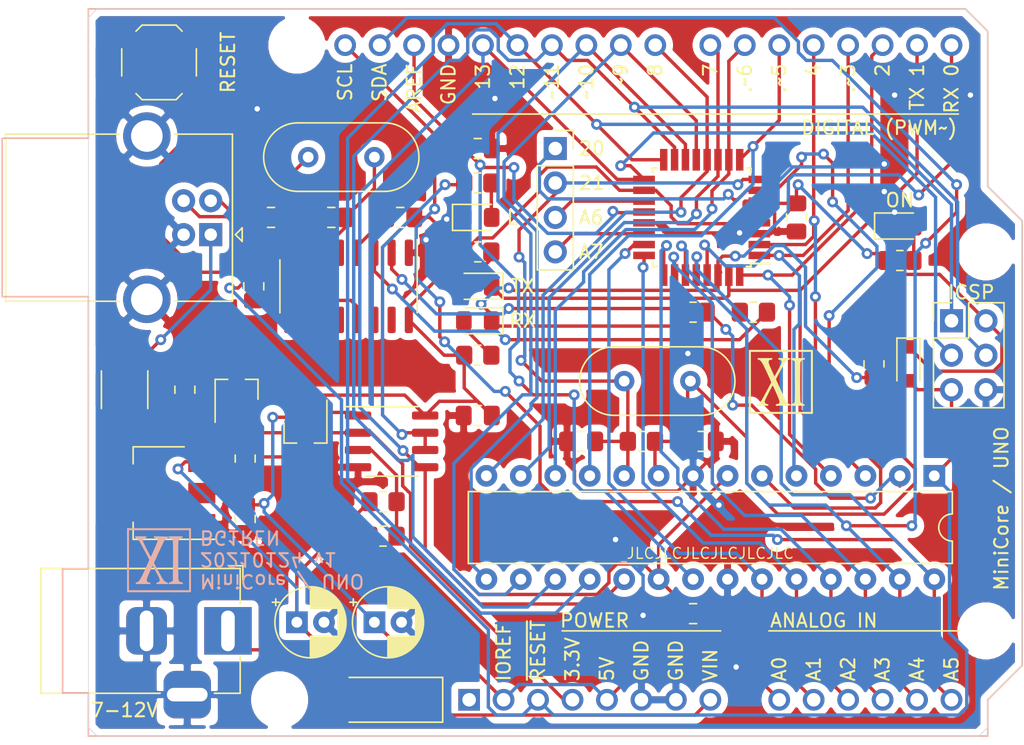
<source format=kicad_pcb>
(kicad_pcb (version 20171130) (host pcbnew "(5.1.9-0-10_14)")
  (layers (0 F.Cu signal) (31 B.Cu signal) (34 B.Paste user) (35 F.Paste user) (36 B.SilkS user) (37 F.SilkS user) (38 B.Mask user) (39 F.Mask user) (44 Edge.Cuts user))
  (net 0 "")
  (net 1 /D1_TX)
  (net 2 /D0_RX)
  (net 3 /AREF)
  (net 4 /SCL_A5)
  (net 5 GND)
  (net 6 /SDA_A4)
  (net 7 /D13)
  (net 8 /A3)
  (net 9 /D12)
  (net 10 /A2)
  (net 11 /D11)
  (net 12 /A1)
  (net 13 /D10)
  (net 14 /A0)
  (net 15 /D9)
  (net 16 /VIN)
  (net 17 /D8)
  (net 18 /D7)
  (net 19 /D6)
  (net 20 +5V)
  (net 21 /D5)
  (net 22 +3V3)
  (net 23 /D4)
  (net 24 /~RESET)
  (net 25 /D3)
  (net 26 /D2)
  (net 27 "Net-(C7-Pad1)")
  (net 28 "Net-(C8-Pad1)")
  (net 29 "Net-(C9-Pad2)")
  (net 30 "Net-(C10-Pad2)")
  (net 31 /D21)
  (net 32 /D20)
  (net 33 "Net-(D1-Pad2)")
  (net 34 "Net-(D2-Pad2)")
  (net 35 "Net-(D4-Pad2)")
  (net 36 "Net-(D5-Pad2)")
  (net 37 "Net-(D6-Pad2)")
  (net 38 "Net-(F1-Pad2)")
  (net 39 /USBVCC)
  (net 40 "Net-(J2-Pad3)")
  (net 41 "Net-(J2-Pad2)")
  (net 42 /A7)
  (net 43 /A6)
  (net 44 "Net-(Q1-Pad1)")
  (net 45 /CMP)
  (net 46 "Net-(R4-Pad2)")
  (net 47 "Net-(R5-Pad2)")
  (net 48 "Net-(R9-Pad2)")
  (module xi:xi-logo-c-05_05 (layer B.Cu) (at 57.147 70.99)
    (fp_text reference G*** hide)
    (fp_text value LOGO hide)
  )
  (module xi:xi-logo-c-05_05 (layer F.Cu) (at 102.994 57.8455)
    (fp_text reference G*** hide)
    (fp_text value LOGO hide)
  )
  (module Capacitor_SMD:C_0805_2012Metric_Pad1.18x1.45mm_HandSolder (layer F.Cu) (at 104.14 45.72 90)
    (fp_text reference C15 hide)
    (fp_text value 100n)
    (pad 2 smd roundrect (at 1.0375 0 90) (size 1.175 1.45) (layers F.Cu F.Paste F.Mask) (roundrect_rratio 0.212766) (net 20 +5V))
    (pad 1 smd roundrect (at -1.0375 0 90) (size 1.175 1.45) (layers F.Cu F.Paste F.Mask) (roundrect_rratio 0.212766) (net 5 GND))
  )
  (module Capacitor_SMD:C_0805_2012Metric_Pad1.18x1.45mm_HandSolder (layer F.Cu) (at 96.52 74.93 180)
    (fp_text reference C14 hide)
    (fp_text value 100n)
    (pad 2 smd roundrect (at 1.0375 0 180) (size 1.175 1.45) (layers F.Cu F.Paste F.Mask) (roundrect_rratio 0.212766) (net 20 +5V))
    (pad 1 smd roundrect (at -1.0375 0 180) (size 1.175 1.45) (layers F.Cu F.Paste F.Mask) (roundrect_rratio 0.212766) (net 5 GND))
  )
  (module Capacitor_THT:CP_Radial_D5.0mm_P2.00mm (layer F.Cu) (at 73.025 75.565)
    (fp_text reference C2 hide)
    (fp_text value 47u)
    (pad 2 thru_hole circle (at 2 0) (size 1.6 1.6) (drill 0.8) (layers *.Cu *.Mask) (net 5 GND))
    (pad 1 thru_hole rect (at 0 0) (size 1.6 1.6) (drill 0.8) (layers *.Cu *.Mask) (net 20 +5V))
  )
  (module Button_Switch_SMD:SW_SPST_TL3342 (layer F.Cu) (at 57.15 34.29)
    (fp_text reference SW1 hide)
    (fp_text value RESET)
    (pad 2 smd rect (at 3.15 1.9) (size 1.7 1) (layers F.Cu F.Paste F.Mask) (net 24 /~RESET))
    (pad 2 smd rect (at -3.15 1.9) (size 1.7 1) (layers F.Cu F.Paste F.Mask) (net 24 /~RESET))
    (pad 1 smd rect (at 3.15 -1.9) (size 1.7 1) (layers F.Cu F.Paste F.Mask) (net 5 GND))
    (pad 1 smd rect (at -3.15 -1.9) (size 1.7 1) (layers F.Cu F.Paste F.Mask) (net 5 GND))
  )
  (module Crystal:Crystal_HC49-4H_Vertical (layer F.Cu) (at 91.44 57.785)
    (fp_text reference Y2 hide)
    (fp_text value 16MHz)
    (pad 2 thru_hole circle (at 4.88 0) (size 1.5 1.5) (drill 0.8) (layers *.Cu *.Mask) (net 32 /D20))
    (pad 1 thru_hole circle (at 0 0) (size 1.5 1.5) (drill 0.8) (layers *.Cu *.Mask) (net 31 /D21))
  )
  (module Crystal:Crystal_HC49-4H_Vertical (layer F.Cu) (at 73.025 41.275 180)
    (fp_text reference Y1 hide)
    (fp_text value 12MHz)
    (pad 2 thru_hole circle (at 4.88 0 180) (size 1.5 1.5) (drill 0.8) (layers *.Cu *.Mask) (net 28 "Net-(C8-Pad1)"))
    (pad 1 thru_hole circle (at 0 0 180) (size 1.5 1.5) (drill 0.8) (layers *.Cu *.Mask) (net 27 "Net-(C7-Pad1)"))
  )
  (module Package_QFP:TQFP-32_7x7mm_P0.8mm (layer F.Cu) (at 97.155 45.72 180)
    (fp_text reference U6 hide)
    (fp_text value ATmega328-AU)
    (pad 32 smd rect (at -2.8 -4.25 270) (size 1.6 0.55) (layers F.Cu F.Paste F.Mask) (net 26 /D2))
    (pad 31 smd rect (at -2 -4.25 270) (size 1.6 0.55) (layers F.Cu F.Paste F.Mask) (net 1 /D1_TX))
    (pad 30 smd rect (at -1.2 -4.25 270) (size 1.6 0.55) (layers F.Cu F.Paste F.Mask) (net 2 /D0_RX))
    (pad 29 smd rect (at -0.4 -4.25 270) (size 1.6 0.55) (layers F.Cu F.Paste F.Mask) (net 24 /~RESET))
    (pad 28 smd rect (at 0.4 -4.25 270) (size 1.6 0.55) (layers F.Cu F.Paste F.Mask) (net 4 /SCL_A5))
    (pad 27 smd rect (at 1.2 -4.25 270) (size 1.6 0.55) (layers F.Cu F.Paste F.Mask) (net 6 /SDA_A4))
    (pad 26 smd rect (at 2 -4.25 270) (size 1.6 0.55) (layers F.Cu F.Paste F.Mask) (net 8 /A3))
    (pad 25 smd rect (at 2.8 -4.25 270) (size 1.6 0.55) (layers F.Cu F.Paste F.Mask) (net 10 /A2))
    (pad 24 smd rect (at 4.25 -2.8 180) (size 1.6 0.55) (layers F.Cu F.Paste F.Mask) (net 12 /A1))
    (pad 23 smd rect (at 4.25 -2 180) (size 1.6 0.55) (layers F.Cu F.Paste F.Mask) (net 14 /A0))
    (pad 22 smd rect (at 4.25 -1.2 180) (size 1.6 0.55) (layers F.Cu F.Paste F.Mask) (net 42 /A7))
    (pad 21 smd rect (at 4.25 -0.4 180) (size 1.6 0.55) (layers F.Cu F.Paste F.Mask) (net 5 GND))
    (pad 20 smd rect (at 4.25 0.4 180) (size 1.6 0.55) (layers F.Cu F.Paste F.Mask) (net 3 /AREF))
    (pad 19 smd rect (at 4.25 1.2 180) (size 1.6 0.55) (layers F.Cu F.Paste F.Mask) (net 43 /A6))
    (pad 18 smd rect (at 4.25 2 180) (size 1.6 0.55) (layers F.Cu F.Paste F.Mask) (net 20 +5V))
    (pad 17 smd rect (at 4.25 2.8 180) (size 1.6 0.55) (layers F.Cu F.Paste F.Mask) (net 7 /D13))
    (pad 16 smd rect (at 2.8 4.25 270) (size 1.6 0.55) (layers F.Cu F.Paste F.Mask) (net 9 /D12))
    (pad 15 smd rect (at 2 4.25 270) (size 1.6 0.55) (layers F.Cu F.Paste F.Mask) (net 11 /D11))
    (pad 14 smd rect (at 1.2 4.25 270) (size 1.6 0.55) (layers F.Cu F.Paste F.Mask) (net 13 /D10))
    (pad 13 smd rect (at 0.4 4.25 270) (size 1.6 0.55) (layers F.Cu F.Paste F.Mask) (net 15 /D9))
    (pad 12 smd rect (at -0.4 4.25 270) (size 1.6 0.55) (layers F.Cu F.Paste F.Mask) (net 17 /D8))
    (pad 11 smd rect (at -1.2 4.25 270) (size 1.6 0.55) (layers F.Cu F.Paste F.Mask) (net 18 /D7))
    (pad 10 smd rect (at -2 4.25 270) (size 1.6 0.55) (layers F.Cu F.Paste F.Mask) (net 19 /D6))
    (pad 9 smd rect (at -2.8 4.25 270) (size 1.6 0.55) (layers F.Cu F.Paste F.Mask) (net 21 /D5))
    (pad 8 smd rect (at -4.25 2.8 180) (size 1.6 0.55) (layers F.Cu F.Paste F.Mask) (net 31 /D21))
    (pad 7 smd rect (at -4.25 2 180) (size 1.6 0.55) (layers F.Cu F.Paste F.Mask) (net 32 /D20))
    (pad 6 smd rect (at -4.25 1.2 180) (size 1.6 0.55) (layers F.Cu F.Paste F.Mask) (net 20 +5V))
    (pad 5 smd rect (at -4.25 0.4 180) (size 1.6 0.55) (layers F.Cu F.Paste F.Mask) (net 5 GND))
    (pad 4 smd rect (at -4.25 -0.4 180) (size 1.6 0.55) (layers F.Cu F.Paste F.Mask) (net 20 +5V))
    (pad 3 smd rect (at -4.25 -1.2 180) (size 1.6 0.55) (layers F.Cu F.Paste F.Mask) (net 5 GND))
    (pad 2 smd rect (at -4.25 -2 180) (size 1.6 0.55) (layers F.Cu F.Paste F.Mask) (net 23 /D4))
    (pad 1 smd rect (at -4.25 -2.8 180) (size 1.6 0.55) (layers F.Cu F.Paste F.Mask) (net 25 /D3))
  )
  (module Package_DIP:DIP-28_W7.62mm (layer F.Cu) (at 114.3 64.77 270)
    (fp_text reference U5 hide)
    (fp_text value ATmega328-PU)
    (pad 28 thru_hole oval (at 7.62 0 270) (size 1.6 1.6) (drill 0.8) (layers *.Cu *.Mask) (net 4 /SCL_A5))
    (pad 14 thru_hole oval (at 0 33.02 270) (size 1.6 1.6) (drill 0.8) (layers *.Cu *.Mask) (net 17 /D8))
    (pad 27 thru_hole oval (at 7.62 2.54 270) (size 1.6 1.6) (drill 0.8) (layers *.Cu *.Mask) (net 6 /SDA_A4))
    (pad 13 thru_hole oval (at 0 30.48 270) (size 1.6 1.6) (drill 0.8) (layers *.Cu *.Mask) (net 18 /D7))
    (pad 26 thru_hole oval (at 7.62 5.08 270) (size 1.6 1.6) (drill 0.8) (layers *.Cu *.Mask) (net 8 /A3))
    (pad 12 thru_hole oval (at 0 27.94 270) (size 1.6 1.6) (drill 0.8) (layers *.Cu *.Mask) (net 19 /D6))
    (pad 25 thru_hole oval (at 7.62 7.62 270) (size 1.6 1.6) (drill 0.8) (layers *.Cu *.Mask) (net 10 /A2))
    (pad 11 thru_hole oval (at 0 25.4 270) (size 1.6 1.6) (drill 0.8) (layers *.Cu *.Mask) (net 21 /D5))
    (pad 24 thru_hole oval (at 7.62 10.16 270) (size 1.6 1.6) (drill 0.8) (layers *.Cu *.Mask) (net 12 /A1))
    (pad 10 thru_hole oval (at 0 22.86 270) (size 1.6 1.6) (drill 0.8) (layers *.Cu *.Mask) (net 31 /D21))
    (pad 23 thru_hole oval (at 7.62 12.7 270) (size 1.6 1.6) (drill 0.8) (layers *.Cu *.Mask) (net 14 /A0))
    (pad 9 thru_hole oval (at 0 20.32 270) (size 1.6 1.6) (drill 0.8) (layers *.Cu *.Mask) (net 32 /D20))
    (pad 22 thru_hole oval (at 7.62 15.24 270) (size 1.6 1.6) (drill 0.8) (layers *.Cu *.Mask) (net 5 GND))
    (pad 8 thru_hole oval (at 0 17.78 270) (size 1.6 1.6) (drill 0.8) (layers *.Cu *.Mask) (net 5 GND))
    (pad 21 thru_hole oval (at 7.62 17.78 270) (size 1.6 1.6) (drill 0.8) (layers *.Cu *.Mask) (net 3 /AREF))
    (pad 7 thru_hole oval (at 0 15.24 270) (size 1.6 1.6) (drill 0.8) (layers *.Cu *.Mask) (net 20 +5V))
    (pad 20 thru_hole oval (at 7.62 20.32 270) (size 1.6 1.6) (drill 0.8) (layers *.Cu *.Mask) (net 20 +5V))
    (pad 6 thru_hole oval (at 0 12.7 270) (size 1.6 1.6) (drill 0.8) (layers *.Cu *.Mask) (net 23 /D4))
    (pad 19 thru_hole oval (at 7.62 22.86 270) (size 1.6 1.6) (drill 0.8) (layers *.Cu *.Mask) (net 7 /D13))
    (pad 5 thru_hole oval (at 0 10.16 270) (size 1.6 1.6) (drill 0.8) (layers *.Cu *.Mask) (net 25 /D3))
    (pad 18 thru_hole oval (at 7.62 25.4 270) (size 1.6 1.6) (drill 0.8) (layers *.Cu *.Mask) (net 9 /D12))
    (pad 4 thru_hole oval (at 0 7.62 270) (size 1.6 1.6) (drill 0.8) (layers *.Cu *.Mask) (net 26 /D2))
    (pad 17 thru_hole oval (at 7.62 27.94 270) (size 1.6 1.6) (drill 0.8) (layers *.Cu *.Mask) (net 11 /D11))
    (pad 3 thru_hole oval (at 0 5.08 270) (size 1.6 1.6) (drill 0.8) (layers *.Cu *.Mask) (net 1 /D1_TX))
    (pad 16 thru_hole oval (at 7.62 30.48 270) (size 1.6 1.6) (drill 0.8) (layers *.Cu *.Mask) (net 13 /D10))
    (pad 2 thru_hole oval (at 0 2.54 270) (size 1.6 1.6) (drill 0.8) (layers *.Cu *.Mask) (net 2 /D0_RX))
    (pad 15 thru_hole oval (at 7.62 33.02 270) (size 1.6 1.6) (drill 0.8) (layers *.Cu *.Mask) (net 15 /D9))
    (pad 1 thru_hole rect (at 0 0 270) (size 1.6 1.6) (drill 0.8) (layers *.Cu *.Mask) (net 24 /~RESET))
  )
  (module Package_SO:SOIC-16_3.9x9.9mm_P1.27mm (layer F.Cu) (at 71.12 50.8 270)
    (fp_text reference U4 hide)
    (fp_text value CH340G)
    (pad 16 smd roundrect (at 2.475 -4.445 270) (size 1.95 0.6) (layers F.Cu F.Paste F.Mask) (net 20 +5V))
    (pad 15 smd roundrect (at 2.475 -3.175 270) (size 1.95 0.6) (layers F.Cu F.Paste F.Mask))
    (pad 14 smd roundrect (at 2.475 -1.905 270) (size 1.95 0.6) (layers F.Cu F.Paste F.Mask))
    (pad 13 smd roundrect (at 2.475 -0.635 270) (size 1.95 0.6) (layers F.Cu F.Paste F.Mask) (net 30 "Net-(C10-Pad2)"))
    (pad 12 smd roundrect (at 2.475 0.635 270) (size 1.95 0.6) (layers F.Cu F.Paste F.Mask))
    (pad 11 smd roundrect (at 2.475 1.905 270) (size 1.95 0.6) (layers F.Cu F.Paste F.Mask))
    (pad 10 smd roundrect (at 2.475 3.175 270) (size 1.95 0.6) (layers F.Cu F.Paste F.Mask))
    (pad 9 smd roundrect (at 2.475 4.445 270) (size 1.95 0.6) (layers F.Cu F.Paste F.Mask))
    (pad 8 smd roundrect (at -2.475 4.445 270) (size 1.95 0.6) (layers F.Cu F.Paste F.Mask) (net 28 "Net-(C8-Pad1)"))
    (pad 7 smd roundrect (at -2.475 3.175 270) (size 1.95 0.6) (layers F.Cu F.Paste F.Mask) (net 27 "Net-(C7-Pad1)"))
    (pad 6 smd roundrect (at -2.475 1.905 270) (size 1.95 0.6) (layers F.Cu F.Paste F.Mask) (net 41 "Net-(J2-Pad2)"))
    (pad 5 smd roundrect (at -2.475 0.635 270) (size 1.95 0.6) (layers F.Cu F.Paste F.Mask) (net 40 "Net-(J2-Pad3)"))
    (pad 4 smd roundrect (at -2.475 -0.635 270) (size 1.95 0.6) (layers F.Cu F.Paste F.Mask) (net 29 "Net-(C9-Pad2)"))
    (pad 3 smd roundrect (at -2.475 -1.905 270) (size 1.95 0.6) (layers F.Cu F.Paste F.Mask) (net 47 "Net-(R5-Pad2)"))
    (pad 2 smd roundrect (at -2.475 -3.175 270) (size 1.95 0.6) (layers F.Cu F.Paste F.Mask) (net 46 "Net-(R4-Pad2)"))
    (pad 1 smd roundrect (at -2.475 -4.445 270) (size 1.95 0.6) (layers F.Cu F.Paste F.Mask) (net 5 GND))
  )
  (module Package_SO:SOIC-8_3.9x4.9mm_P1.27mm (layer F.Cu) (at 74.295 62.23)
    (fp_text reference U3 hide)
    (fp_text value LM358)
    (pad 8 smd roundrect (at 2.475 -1.905) (size 1.95 0.6) (layers F.Cu F.Paste F.Mask) (net 20 +5V))
    (pad 7 smd roundrect (at 2.475 -0.635) (size 1.95 0.6) (layers F.Cu F.Paste F.Mask) (net 48 "Net-(R9-Pad2)"))
    (pad 6 smd roundrect (at 2.475 0.635) (size 1.95 0.6) (layers F.Cu F.Paste F.Mask) (net 48 "Net-(R9-Pad2)"))
    (pad 5 smd roundrect (at 2.475 1.905) (size 1.95 0.6) (layers F.Cu F.Paste F.Mask) (net 7 /D13))
    (pad 4 smd roundrect (at -2.475 1.905) (size 1.95 0.6) (layers F.Cu F.Paste F.Mask) (net 5 GND))
    (pad 3 smd roundrect (at -2.475 0.635) (size 1.95 0.6) (layers F.Cu F.Paste F.Mask) (net 45 /CMP))
    (pad 2 smd roundrect (at -2.475 -0.635) (size 1.95 0.6) (layers F.Cu F.Paste F.Mask) (net 22 +3V3))
    (pad 1 smd roundrect (at -2.475 -1.905) (size 1.95 0.6) (layers F.Cu F.Paste F.Mask) (net 44 "Net-(Q1-Pad1)"))
  )
  (module Package_TO_SOT_SMD:SOT-23_Handsoldering (layer F.Cu) (at 62.865 58.42 90)
    (fp_text reference U2 hide)
    (fp_text value XC6206P332MR)
    (pad 3 smd rect (at 1.5 0 90) (size 1.9 0.8) (layers F.Cu F.Paste F.Mask) (net 20 +5V))
    (pad 2 smd rect (at -1.5 0.95 90) (size 1.9 0.8) (layers F.Cu F.Paste F.Mask) (net 22 +3V3))
    (pad 1 smd rect (at -1.5 -0.95 90) (size 1.9 0.8) (layers F.Cu F.Paste F.Mask) (net 5 GND))
  )
  (module Package_TO_SOT_SMD:SOT-223-3_TabPin2 (layer F.Cu) (at 57.15 66.04 180)
    (fp_text reference U1 hide)
    (fp_text value AMS1117-5.0)
    (pad 1 smd rect (at -3.15 -2.3 180) (size 2 1.5) (layers F.Cu F.Paste F.Mask) (net 5 GND))
    (pad 3 smd rect (at -3.15 2.3 180) (size 2 1.5) (layers F.Cu F.Paste F.Mask) (net 16 /VIN))
    (pad 2 smd rect (at -3.15 0 180) (size 2 1.5) (layers F.Cu F.Paste F.Mask) (net 20 +5V))
    (pad 2 smd rect (at 3.15 0 180) (size 2 3.8) (layers F.Cu F.Paste F.Mask) (net 20 +5V))
  )
  (module Resistor_SMD:R_0805_2012Metric_Pad1.20x1.40mm_HandSolder (layer F.Cu) (at 92.71 62.23 180)
    (fp_text reference R10 hide)
    (fp_text value 1M)
    (pad 2 smd roundrect (at 1 0 180) (size 1.2 1.4) (layers F.Cu F.Paste F.Mask) (roundrect_rratio 0.208333) (net 31 /D21))
    (pad 1 smd roundrect (at -1 0 180) (size 1.2 1.4) (layers F.Cu F.Paste F.Mask) (roundrect_rratio 0.208333) (net 32 /D20))
  )
  (module Resistor_SMD:R_0805_2012Metric_Pad1.20x1.40mm_HandSolder (layer F.Cu) (at 80.645 43.18 180)
    (fp_text reference R9 hide)
    (fp_text value 4.7K)
    (pad 2 smd roundrect (at 1 0 180) (size 1.2 1.4) (layers F.Cu F.Paste F.Mask) (roundrect_rratio 0.208333) (net 48 "Net-(R9-Pad2)"))
    (pad 1 smd roundrect (at -1 0 180) (size 1.2 1.4) (layers F.Cu F.Paste F.Mask) (roundrect_rratio 0.208333) (net 37 "Net-(D6-Pad2)"))
  )
  (module Resistor_SMD:R_0805_2012Metric_Pad1.20x1.40mm_HandSolder (layer F.Cu) (at 80.645 48.26)
    (fp_text reference R8 hide)
    (fp_text value 4.7K)
    (pad 2 smd roundrect (at 1 0) (size 1.2 1.4) (layers F.Cu F.Paste F.Mask) (roundrect_rratio 0.208333) (net 36 "Net-(D5-Pad2)"))
    (pad 1 smd roundrect (at -1 0) (size 1.2 1.4) (layers F.Cu F.Paste F.Mask) (roundrect_rratio 0.208333) (net 20 +5V))
  )
  (module Resistor_SMD:R_0805_2012Metric_Pad1.20x1.40mm_HandSolder (layer F.Cu) (at 80.645 55.88)
    (fp_text reference R7 hide)
    (fp_text value 4.7K)
    (pad 2 smd roundrect (at 1 0) (size 1.2 1.4) (layers F.Cu F.Paste F.Mask) (roundrect_rratio 0.208333) (net 35 "Net-(D4-Pad2)"))
    (pad 1 smd roundrect (at -1 0) (size 1.2 1.4) (layers F.Cu F.Paste F.Mask) (roundrect_rratio 0.208333) (net 20 +5V))
  )
  (module Resistor_SMD:R_0805_2012Metric_Pad1.20x1.40mm_HandSolder (layer F.Cu) (at 109.855 56.515 270)
    (fp_text reference R6 hide)
    (fp_text value 4.7K)
    (pad 2 smd roundrect (at 1 0 270) (size 1.2 1.4) (layers F.Cu F.Paste F.Mask) (roundrect_rratio 0.208333) (net 24 /~RESET))
    (pad 1 smd roundrect (at -1 0 270) (size 1.2 1.4) (layers F.Cu F.Paste F.Mask) (roundrect_rratio 0.208333) (net 20 +5V))
  )
  (module Resistor_SMD:R_0805_2012Metric_Pad1.20x1.40mm_HandSolder (layer F.Cu) (at 100.965 52.705)
    (fp_text reference R5 hide)
    (fp_text value 1K)
    (pad 2 smd roundrect (at 1 0) (size 1.2 1.4) (layers F.Cu F.Paste F.Mask) (roundrect_rratio 0.208333) (net 47 "Net-(R5-Pad2)"))
    (pad 1 smd roundrect (at -1 0) (size 1.2 1.4) (layers F.Cu F.Paste F.Mask) (roundrect_rratio 0.208333) (net 1 /D1_TX))
  )
  (module Resistor_SMD:R_0805_2012Metric_Pad1.20x1.40mm_HandSolder (layer F.Cu) (at 96.52 52.705 180)
    (fp_text reference R4 hide)
    (fp_text value 1K)
    (pad 2 smd roundrect (at 1 0 180) (size 1.2 1.4) (layers F.Cu F.Paste F.Mask) (roundrect_rratio 0.208333) (net 46 "Net-(R4-Pad2)"))
    (pad 1 smd roundrect (at -1 0 180) (size 1.2 1.4) (layers F.Cu F.Paste F.Mask) (roundrect_rratio 0.208333) (net 2 /D0_RX))
  )
  (module Resistor_SMD:R_0805_2012Metric_Pad1.20x1.40mm_HandSolder (layer F.Cu) (at 73.66 69.215 180)
    (fp_text reference R3 hide)
    (fp_text value 10K)
    (pad 2 smd roundrect (at 1 0 180) (size 1.2 1.4) (layers F.Cu F.Paste F.Mask) (roundrect_rratio 0.208333) (net 5 GND))
    (pad 1 smd roundrect (at -1 0 180) (size 1.2 1.4) (layers F.Cu F.Paste F.Mask) (roundrect_rratio 0.208333) (net 45 /CMP))
  )
  (module Resistor_SMD:R_0805_2012Metric_Pad1.20x1.40mm_HandSolder (layer F.Cu) (at 73.66 66.675)
    (fp_text reference R2 hide)
    (fp_text value 10K)
    (pad 2 smd roundrect (at 1 0) (size 1.2 1.4) (layers F.Cu F.Paste F.Mask) (roundrect_rratio 0.208333) (net 45 /CMP))
    (pad 1 smd roundrect (at -1 0) (size 1.2 1.4) (layers F.Cu F.Paste F.Mask) (roundrect_rratio 0.208333) (net 16 /VIN))
  )
  (module Resistor_SMD:R_0805_2012Metric_Pad1.20x1.40mm_HandSolder (layer F.Cu) (at 111.76 48.895)
    (fp_text reference R1 hide)
    (fp_text value 4.7K)
    (pad 2 smd roundrect (at 1 0) (size 1.2 1.4) (layers F.Cu F.Paste F.Mask) (roundrect_rratio 0.208333) (net 34 "Net-(D2-Pad2)"))
    (pad 1 smd roundrect (at -1 0) (size 1.2 1.4) (layers F.Cu F.Paste F.Mask) (roundrect_rratio 0.208333) (net 20 +5V))
  )
  (module Package_TO_SOT_SMD:SOT-23_Handsoldering (layer F.Cu) (at 67.945 61.595 270)
    (fp_text reference Q1 hide)
    (fp_text value DMG2301L)
    (pad 3 smd rect (at 1.5 0 270) (size 1.9 0.8) (layers F.Cu F.Paste F.Mask) (net 39 /USBVCC))
    (pad 2 smd rect (at -1.5 0.95 270) (size 1.9 0.8) (layers F.Cu F.Paste F.Mask) (net 20 +5V))
    (pad 1 smd rect (at -1.5 -0.95 270) (size 1.9 0.8) (layers F.Cu F.Paste F.Mask) (net 44 "Net-(Q1-Pad1)"))
  )
  (module Connector_PinSocket_2.54mm:PinSocket_1x04_P2.54mm_Vertical (layer F.Cu) (at 86.36 40.64)
    (fp_text reference J4 hide)
    (fp_text value ExtIO)
    (pad 4 thru_hole oval (at 0 7.62) (size 1.7 1.7) (drill 1) (layers *.Cu *.Mask) (net 42 /A7))
    (pad 3 thru_hole oval (at 0 5.08) (size 1.7 1.7) (drill 1) (layers *.Cu *.Mask) (net 43 /A6))
    (pad 2 thru_hole oval (at 0 2.54) (size 1.7 1.7) (drill 1) (layers *.Cu *.Mask) (net 31 /D21))
    (pad 1 thru_hole rect (at 0 0) (size 1.7 1.7) (drill 1) (layers *.Cu *.Mask) (net 32 /D20))
  )
  (module Connector_PinHeader_2.54mm:PinHeader_2x03_P2.54mm_Vertical (layer F.Cu) (at 115.57 53.34)
    (fp_text reference J3 hide)
    (fp_text value ICSP (at 1.4575 -2.0985) (layer F.SilkS))
    (pad 6 thru_hole oval (at 2.54 5.08) (size 1.7 1.7) (drill 1) (layers *.Cu *.Mask) (net 5 GND))
    (pad 5 thru_hole oval (at 0 5.08) (size 1.7 1.7) (drill 1) (layers *.Cu *.Mask) (net 24 /~RESET))
    (pad 4 thru_hole oval (at 2.54 2.54) (size 1.7 1.7) (drill 1) (layers *.Cu *.Mask) (net 11 /D11))
    (pad 3 thru_hole oval (at 0 2.54) (size 1.7 1.7) (drill 1) (layers *.Cu *.Mask) (net 7 /D13))
    (pad 2 thru_hole oval (at 2.54 0) (size 1.7 1.7) (drill 1) (layers *.Cu *.Mask) (net 20 +5V))
    (pad 1 thru_hole rect (at 0 0) (size 1.7 1.7) (drill 1) (layers *.Cu *.Mask) (net 9 /D12))
  )
  (module Connector_USB:USB_B_OST_USB-B1HSxx_Horizontal (layer F.Cu) (at 60.96 46.99 180)
    (fp_text reference J2 hide)
    (fp_text value USB_B)
    (pad 5 thru_hole circle (at 4.71 7.27 180) (size 3.5 3.5) (drill 2.33) (layers *.Cu *.Mask) (net 5 GND))
    (pad 5 thru_hole circle (at 4.71 -4.77 180) (size 3.5 3.5) (drill 2.33) (layers *.Cu *.Mask) (net 5 GND))
    (pad 4 thru_hole circle (at 2 0 180) (size 1.7 1.7) (drill 0.92) (layers *.Cu *.Mask) (net 5 GND))
    (pad 3 thru_hole circle (at 2 2.5 180) (size 1.7 1.7) (drill 0.92) (layers *.Cu *.Mask) (net 40 "Net-(J2-Pad3)"))
    (pad 2 thru_hole circle (at 0 2.5 180) (size 1.7 1.7) (drill 0.92) (layers *.Cu *.Mask) (net 41 "Net-(J2-Pad2)"))
    (pad 1 thru_hole rect (at 0 0 180) (size 1.7 1.7) (drill 0.92) (layers *.Cu *.Mask) (net 38 "Net-(F1-Pad2)"))
  )
  (module Connector_BarrelJack:BarrelJack_Horizontal (layer F.Cu) (at 62.23 76.2)
    (fp_text reference J1 hide)
    (fp_text value Barrel_Jack_Switch)
    (pad 3 thru_hole roundrect (at -3 4.7) (size 3.5 3.5) (drill oval 3 1) (layers *.Cu *.Mask) (net 5 GND))
    (pad 2 thru_hole roundrect (at -6 0) (size 3 3.5) (drill oval 1 3) (layers *.Cu *.Mask) (net 5 GND))
    (pad 1 thru_hole rect (at 0 0) (size 3.5 3.5) (drill oval 1 3) (layers *.Cu *.Mask) (net 33 "Net-(D1-Pad2)"))
  )
  (module Fuse:Fuse_1812_4532Metric_Pad1.30x3.40mm_HandSolder (layer F.Cu) (at 54.61 58.42 90)
    (fp_text reference F1 hide)
    (fp_text value 500mA)
    (pad 2 smd roundrect (at 2.225 0 90) (size 1.3 3.4) (layers F.Cu F.Paste F.Mask) (roundrect_rratio 0.192308) (net 38 "Net-(F1-Pad2)"))
    (pad 1 smd roundrect (at -2.225 0 90) (size 1.3 3.4) (layers F.Cu F.Paste F.Mask) (roundrect_rratio 0.192308) (net 39 /USBVCC))
  )
  (module LED_SMD:LED_0805_2012Metric_Pad1.15x1.40mm_HandSolder (layer F.Cu) (at 80.645 45.72)
    (fp_text reference D6 hide)
    (fp_text value L (at 2.54 0) (layer F.SilkS))
    (pad 2 smd roundrect (at 1.025 0) (size 1.15 1.4) (layers F.Cu F.Paste F.Mask) (roundrect_rratio 0.217391) (net 37 "Net-(D6-Pad2)"))
    (pad 1 smd roundrect (at -1.025 0) (size 1.15 1.4) (layers F.Cu F.Paste F.Mask) (roundrect_rratio 0.217391) (net 5 GND))
  )
  (module LED_SMD:LED_0805_2012Metric_Pad1.15x1.40mm_HandSolder (layer F.Cu) (at 80.645 50.8 180)
    (fp_text reference D5 hide)
    (fp_text value TX (at -3.302 0) (layer F.SilkS))
    (pad 2 smd roundrect (at 1.025 0 180) (size 1.15 1.4) (layers F.Cu F.Paste F.Mask) (roundrect_rratio 0.217391) (net 36 "Net-(D5-Pad2)"))
    (pad 1 smd roundrect (at -1.025 0 180) (size 1.15 1.4) (layers F.Cu F.Paste F.Mask) (roundrect_rratio 0.217391) (net 1 /D1_TX))
  )
  (module LED_SMD:LED_0805_2012Metric_Pad1.15x1.40mm_HandSolder (layer F.Cu) (at 80.645 53.34 180)
    (fp_text reference D4 hide)
    (fp_text value RX (at -3.302 0) (layer F.SilkS))
    (pad 2 smd roundrect (at 1.025 0 180) (size 1.15 1.4) (layers F.Cu F.Paste F.Mask) (roundrect_rratio 0.217391) (net 35 "Net-(D4-Pad2)"))
    (pad 1 smd roundrect (at -1.025 0 180) (size 1.15 1.4) (layers F.Cu F.Paste F.Mask) (roundrect_rratio 0.217391) (net 2 /D0_RX))
  )
  (module Diode_SMD:D_SOD-323_HandSoldering (layer F.Cu) (at 112.395 56.515 270)
    (fp_text reference D3 hide)
    (fp_text value 1N4148WS)
    (pad 2 smd rect (at 1.25 0 270) (size 1 1) (layers F.Cu F.Paste F.Mask) (net 24 /~RESET))
    (pad 1 smd rect (at -1.25 0 270) (size 1 1) (layers F.Cu F.Paste F.Mask) (net 20 +5V))
  )
  (module LED_SMD:LED_0805_2012Metric_Pad1.15x1.40mm_HandSolder (layer F.Cu) (at 111.76 46.355)
    (fp_text reference D2 hide)
    (fp_text value ON (at 0 -1.905) (layer F.SilkS))
    (pad 2 smd roundrect (at 1.025 0) (size 1.15 1.4) (layers F.Cu F.Paste F.Mask) (roundrect_rratio 0.217391) (net 34 "Net-(D2-Pad2)"))
    (pad 1 smd roundrect (at -1.025 0) (size 1.15 1.4) (layers F.Cu F.Paste F.Mask) (roundrect_rratio 0.217391) (net 5 GND))
  )
  (module Diode_SMD:D_SMA_Handsoldering (layer F.Cu) (at 73.66 81.28 180)
    (fp_text reference D1 hide)
    (fp_text value M7)
    (pad 2 smd rect (at 2.5 0 180) (size 3.5 1.8) (layers F.Cu F.Paste F.Mask) (net 33 "Net-(D1-Pad2)"))
    (pad 1 smd rect (at -2.5 0 180) (size 3.5 1.8) (layers F.Cu F.Paste F.Mask) (net 16 /VIN))
  )
  (module Capacitor_SMD:C_0805_2012Metric_Pad1.18x1.45mm_HandSolder (layer F.Cu) (at 97.155 62.23)
    (fp_text reference C13 hide)
    (fp_text value 22p)
    (pad 2 smd roundrect (at 1.0375 0) (size 1.175 1.45) (layers F.Cu F.Paste F.Mask) (roundrect_rratio 0.212766) (net 5 GND))
    (pad 1 smd roundrect (at -1.0375 0) (size 1.175 1.45) (layers F.Cu F.Paste F.Mask) (roundrect_rratio 0.212766) (net 32 /D20))
  )
  (module Capacitor_SMD:C_0805_2012Metric_Pad1.18x1.45mm_HandSolder (layer F.Cu) (at 88.265 62.23 180)
    (fp_text reference C12 hide)
    (fp_text value 22p)
    (pad 2 smd roundrect (at 1.0375 0 180) (size 1.175 1.45) (layers F.Cu F.Paste F.Mask) (roundrect_rratio 0.212766) (net 5 GND))
    (pad 1 smd roundrect (at -1.0375 0 180) (size 1.175 1.45) (layers F.Cu F.Paste F.Mask) (roundrect_rratio 0.212766) (net 31 /D21))
  )
  (module Capacitor_SMD:C_0805_2012Metric_Pad1.18x1.45mm_HandSolder (layer F.Cu) (at 80.645 40.64)
    (fp_text reference C11 hide)
    (fp_text value 100n)
    (pad 2 smd roundrect (at 1.0375 0) (size 1.175 1.45) (layers F.Cu F.Paste F.Mask) (roundrect_rratio 0.212766) (net 5 GND))
    (pad 1 smd roundrect (at -1.0375 0) (size 1.175 1.45) (layers F.Cu F.Paste F.Mask) (roundrect_rratio 0.212766) (net 3 /AREF))
  )
  (module Capacitor_SMD:C_0805_2012Metric_Pad1.18x1.45mm_HandSolder (layer F.Cu) (at 64.135 50.8 270)
    (fp_text reference C10 hide)
    (fp_text value 100n)
    (pad 2 smd roundrect (at 1.0375 0 270) (size 1.175 1.45) (layers F.Cu F.Paste F.Mask) (roundrect_rratio 0.212766) (net 30 "Net-(C10-Pad2)"))
    (pad 1 smd roundrect (at -1.0375 0 270) (size 1.175 1.45) (layers F.Cu F.Paste F.Mask) (roundrect_rratio 0.212766) (net 24 /~RESET))
  )
  (module Capacitor_SMD:C_0805_2012Metric_Pad1.18x1.45mm_HandSolder (layer F.Cu) (at 74.93 45.72 180)
    (fp_text reference C9 hide)
    (fp_text value 100n)
    (pad 2 smd roundrect (at 1.0375 0 180) (size 1.175 1.45) (layers F.Cu F.Paste F.Mask) (roundrect_rratio 0.212766) (net 29 "Net-(C9-Pad2)"))
    (pad 1 smd roundrect (at -1.0375 0 180) (size 1.175 1.45) (layers F.Cu F.Paste F.Mask) (roundrect_rratio 0.212766) (net 20 +5V))
  )
  (module Capacitor_SMD:C_0805_2012Metric_Pad1.18x1.45mm_HandSolder (layer F.Cu) (at 65.405 45.72)
    (fp_text reference C8 hide)
    (fp_text value 22p)
    (pad 2 smd roundrect (at 1.0375 0) (size 1.175 1.45) (layers F.Cu F.Paste F.Mask) (roundrect_rratio 0.212766) (net 5 GND))
    (pad 1 smd roundrect (at -1.0375 0) (size 1.175 1.45) (layers F.Cu F.Paste F.Mask) (roundrect_rratio 0.212766) (net 28 "Net-(C8-Pad1)"))
  )
  (module Capacitor_SMD:C_0805_2012Metric_Pad1.18x1.45mm_HandSolder (layer F.Cu) (at 69.85 45.72 180)
    (fp_text reference C7 hide)
    (fp_text value 22p)
    (pad 2 smd roundrect (at 1.0375 0 180) (size 1.175 1.45) (layers F.Cu F.Paste F.Mask) (roundrect_rratio 0.212766) (net 5 GND))
    (pad 1 smd roundrect (at -1.0375 0 180) (size 1.175 1.45) (layers F.Cu F.Paste F.Mask) (roundrect_rratio 0.212766) (net 27 "Net-(C7-Pad1)"))
  )
  (module Capacitor_SMD:C_0805_2012Metric_Pad1.18x1.45mm_HandSolder (layer F.Cu) (at 80.645 60.325 180)
    (fp_text reference C6 hide)
    (fp_text value 100n)
    (pad 2 smd roundrect (at 1.0375 0 180) (size 1.175 1.45) (layers F.Cu F.Paste F.Mask) (roundrect_rratio 0.212766) (net 5 GND))
    (pad 1 smd roundrect (at -1.0375 0 180) (size 1.175 1.45) (layers F.Cu F.Paste F.Mask) (roundrect_rratio 0.212766) (net 20 +5V))
  )
  (module Capacitor_SMD:C_0805_2012Metric_Pad1.18x1.45mm_HandSolder (layer F.Cu) (at 63.5 63.5 270)
    (fp_text reference C5 hide)
    (fp_text value 100n)
    (pad 2 smd roundrect (at 1.0375 0 270) (size 1.175 1.45) (layers F.Cu F.Paste F.Mask) (roundrect_rratio 0.212766) (net 5 GND))
    (pad 1 smd roundrect (at -1.0375 0 270) (size 1.175 1.45) (layers F.Cu F.Paste F.Mask) (roundrect_rratio 0.212766) (net 22 +3V3))
  )
  (module Capacitor_SMD:C_0805_2012Metric_Pad1.18x1.45mm_HandSolder (layer F.Cu) (at 59.055 58.42 270)
    (fp_text reference C4 hide)
    (fp_text value 100n)
    (pad 2 smd roundrect (at 1.0375 0 270) (size 1.175 1.45) (layers F.Cu F.Paste F.Mask) (roundrect_rratio 0.212766) (net 5 GND))
    (pad 1 smd roundrect (at -1.0375 0 270) (size 1.175 1.45) (layers F.Cu F.Paste F.Mask) (roundrect_rratio 0.212766) (net 20 +5V))
  )
  (module Capacitor_SMD:C_0805_2012Metric_Pad1.18x1.45mm_HandSolder (layer F.Cu) (at 63.5 67.945 270)
    (fp_text reference C3 hide)
    (fp_text value 100n)
    (pad 2 smd roundrect (at 1.0375 0 270) (size 1.175 1.45) (layers F.Cu F.Paste F.Mask) (roundrect_rratio 0.212766) (net 5 GND))
    (pad 1 smd roundrect (at -1.0375 0 270) (size 1.175 1.45) (layers F.Cu F.Paste F.Mask) (roundrect_rratio 0.212766) (net 20 +5V))
  )
  (module Capacitor_THT:CP_Radial_D5.0mm_P2.00mm (layer F.Cu) (at 67.31 75.565)
    (fp_text reference C1 hide)
    (fp_text value 47u)
    (pad 2 thru_hole circle (at 2 0) (size 1.6 1.6) (drill 0.8) (layers *.Cu *.Mask) (net 5 GND))
    (pad 1 thru_hole rect (at 0 0) (size 1.6 1.6) (drill 0.8) (layers *.Cu *.Mask) (net 16 /VIN))
  )
  (module Module:Arduino_UNO_R3_WithMountingHoles (layer B.Cu) (at 80.01 81.28)
    (fp_text reference A1 hide)
    (fp_text value Arduino_UNO_R3_BOARD)
    (pad "" np_thru_hole circle (at 38.1 -5.08 270) (size 3.2 3.2) (drill 3.2) (layers *.Cu *.Mask))
    (pad "" np_thru_hole circle (at 38.1 -33.02 270) (size 3.2 3.2) (drill 3.2) (layers *.Cu *.Mask))
    (pad "" np_thru_hole circle (at -12.7 -48.26 270) (size 3.2 3.2) (drill 3.2) (layers *.Cu *.Mask))
    (pad "" np_thru_hole circle (at -13.97 0 270) (size 3.2 3.2) (drill 3.2) (layers *.Cu *.Mask))
    (pad 16 thru_hole oval (at 33.02 -48.26 270) (size 1.6 1.6) (drill 1) (layers *.Cu *.Mask) (net 1 /D1_TX))
    (pad 15 thru_hole oval (at 35.56 -48.26 270) (size 1.6 1.6) (drill 1) (layers *.Cu *.Mask) (net 2 /D0_RX))
    (pad 30 thru_hole oval (at -4.06 -48.26 270) (size 1.6 1.6) (drill 1) (layers *.Cu *.Mask) (net 3 /AREF))
    (pad 14 thru_hole oval (at 35.56 0 270) (size 1.6 1.6) (drill 1) (layers *.Cu *.Mask) (net 4 /SCL_A5))
    (pad 29 thru_hole oval (at -1.52 -48.26 270) (size 1.6 1.6) (drill 1) (layers *.Cu *.Mask) (net 5 GND))
    (pad 13 thru_hole oval (at 33.02 0 270) (size 1.6 1.6) (drill 1) (layers *.Cu *.Mask) (net 6 /SDA_A4))
    (pad 28 thru_hole oval (at 1.02 -48.26 270) (size 1.6 1.6) (drill 1) (layers *.Cu *.Mask) (net 7 /D13))
    (pad 12 thru_hole oval (at 30.48 0 270) (size 1.6 1.6) (drill 1) (layers *.Cu *.Mask) (net 8 /A3))
    (pad 27 thru_hole oval (at 3.56 -48.26 270) (size 1.6 1.6) (drill 1) (layers *.Cu *.Mask) (net 9 /D12))
    (pad 11 thru_hole oval (at 27.94 0 270) (size 1.6 1.6) (drill 1) (layers *.Cu *.Mask) (net 10 /A2))
    (pad 26 thru_hole oval (at 6.1 -48.26 270) (size 1.6 1.6) (drill 1) (layers *.Cu *.Mask) (net 11 /D11))
    (pad 10 thru_hole oval (at 25.4 0 270) (size 1.6 1.6) (drill 1) (layers *.Cu *.Mask) (net 12 /A1))
    (pad 25 thru_hole oval (at 8.64 -48.26 270) (size 1.6 1.6) (drill 1) (layers *.Cu *.Mask) (net 13 /D10))
    (pad 9 thru_hole oval (at 22.86 0 270) (size 1.6 1.6) (drill 1) (layers *.Cu *.Mask) (net 14 /A0))
    (pad 24 thru_hole oval (at 11.18 -48.26 270) (size 1.6 1.6) (drill 1) (layers *.Cu *.Mask) (net 15 /D9))
    (pad 8 thru_hole oval (at 17.78 0 270) (size 1.6 1.6) (drill 1) (layers *.Cu *.Mask) (net 16 /VIN))
    (pad 23 thru_hole oval (at 13.72 -48.26 270) (size 1.6 1.6) (drill 1) (layers *.Cu *.Mask) (net 17 /D8))
    (pad 7 thru_hole oval (at 15.24 0 270) (size 1.6 1.6) (drill 1) (layers *.Cu *.Mask) (net 5 GND))
    (pad 22 thru_hole oval (at 17.78 -48.26 270) (size 1.6 1.6) (drill 1) (layers *.Cu *.Mask) (net 18 /D7))
    (pad 6 thru_hole oval (at 12.7 0 270) (size 1.6 1.6) (drill 1) (layers *.Cu *.Mask) (net 5 GND))
    (pad 21 thru_hole oval (at 20.32 -48.26 270) (size 1.6 1.6) (drill 1) (layers *.Cu *.Mask) (net 19 /D6))
    (pad 5 thru_hole oval (at 10.16 0 270) (size 1.6 1.6) (drill 1) (layers *.Cu *.Mask) (net 20 +5V))
    (pad 20 thru_hole oval (at 22.86 -48.26 270) (size 1.6 1.6) (drill 1) (layers *.Cu *.Mask) (net 21 /D5))
    (pad 4 thru_hole oval (at 7.62 0 270) (size 1.6 1.6) (drill 1) (layers *.Cu *.Mask) (net 22 +3V3))
    (pad 19 thru_hole oval (at 25.4 -48.26 270) (size 1.6 1.6) (drill 1) (layers *.Cu *.Mask) (net 23 /D4))
    (pad 3 thru_hole oval (at 5.08 0 270) (size 1.6 1.6) (drill 1) (layers *.Cu *.Mask) (net 24 /~RESET))
    (pad 18 thru_hole oval (at 27.94 -48.26 270) (size 1.6 1.6) (drill 1) (layers *.Cu *.Mask) (net 25 /D3))
    (pad 2 thru_hole oval (at 2.54 0 270) (size 1.6 1.6) (drill 1) (layers *.Cu *.Mask) (net 20 +5V))
    (pad 17 thru_hole oval (at 30.48 -48.26 270) (size 1.6 1.6) (drill 1) (layers *.Cu *.Mask) (net 26 /D2))
    (pad 1 thru_hole rect (at 0 0 270) (size 1.6 1.6) (drill 1) (layers *.Cu *.Mask))
    (pad 31 thru_hole oval (at -6.6 -48.26 270) (size 1.6 1.6) (drill 1) (layers *.Cu *.Mask) (net 6 /SDA_A4))
    (pad 32 thru_hole oval (at -9.14 -48.26 270) (size 1.6 1.6) (drill 1) (layers *.Cu *.Mask) (net 4 /SCL_A5))
  )
  (gr_text JLCJLCJLCJLCJLCJLC (at 97.787 70.482) (layer F.SilkS) (effects (font (size 0.8 0.8) (thickness 0.1))))
  (gr_text "MiniCore / UNO\n20210124 v1\nBG1REN" (at 60.068 70.9265 180) (layer B.SilkS) (effects (font (size 1 1)) (justify left mirror)))
  (gr_line (start 118.237 83.312) (end 117.602 83.947) (layer Edge.Cuts) (width 0.05))
  (gr_line (start 51.943 83.312) (end 52.578 83.947) (layer Edge.Cuts) (width 0.05))
  (gr_line (start 52.578 30.353) (end 51.943 30.988) (layer Edge.Cuts) (width 0.05))
  (gr_text 7-12V (at 54.61 82.042) (layer F.SilkS) (effects (font (size 1 1))))
  (gr_text RESET (at 62.23 34.29 90) (layer F.SilkS) (effects (font (size 1 1))))
  (gr_text "MiniCore / UNO" (at 119.25 67.18 90) (layer F.SilkS) (effects (font (size 1 1))))
  (gr_text "DIGITAL (PWM~~)" (at 116.078 39.116) (layer F.SilkS) (effects (font (size 1 1)) (justify right)))
  (gr_line (start 116.078 38.1) (end 80.264 38.1) (layer F.SilkS) (width 0.12))
  (gr_text "ANALOG IN" (at 102.108 75.438) (layer F.SilkS) (effects (font (size 1 1)) (justify left)))
  (gr_line (start 102.108 76.2) (end 116.078 76.2) (layer F.SilkS) (width 0.12))
  (gr_text POWER (at 86.614 75.438) (layer F.SilkS) (effects (font (size 1 1)) (justify left)))
  (gr_line (start 86.868 76.2) (end 98.552 76.2) (layer F.SilkS) (width 0.12))
  (gr_text IOREF (at 82.55 80.01 90) (layer F.SilkS) (effects (font (size 1 1)) (justify left)))
  (gr_text ~RESET (at 85.09 80.01 90) (layer F.SilkS) (effects (font (size 1 1)) (justify left)))
  (gr_text 3.3V (at 87.63 80.01 90) (layer F.SilkS) (effects (font (size 1 1)) (justify left)))
  (gr_text 5V (at 90.17 80.01 90) (layer F.SilkS) (effects (font (size 1 1)) (justify left)))
  (gr_text GND (at 92.71 80.01 90) (layer F.SilkS) (effects (font (size 1 1)) (justify left)))
  (gr_text GND (at 95.25 80.01 90) (layer F.SilkS) (effects (font (size 1 1)) (justify left)))
  (gr_text VIN (at 97.79 80.01 90) (layer F.SilkS) (effects (font (size 1 1)) (justify left)))
  (gr_text A0 (at 102.87 80.01 90) (layer F.SilkS) (effects (font (size 1 1)) (justify left)))
  (gr_text A1 (at 105.41 80.01 90) (layer F.SilkS) (effects (font (size 1 1)) (justify left)))
  (gr_text A2 (at 107.95 80.01 90) (layer F.SilkS) (effects (font (size 1 1)) (justify left)))
  (gr_text A3 (at 110.49 80.01 90) (layer F.SilkS) (effects (font (size 1 1)) (justify left)))
  (gr_text A4 (at 113.03 80.01 90) (layer F.SilkS) (effects (font (size 1 1)) (justify left)))
  (gr_text A5 (at 115.57 80.01 90) (layer F.SilkS) (effects (font (size 1 1)) (justify left)))
  (gr_text "RX 0" (at 115.57 34.29 90) (layer F.SilkS) (effects (font (size 1 1)) (justify right)))
  (gr_text "TX 1" (at 113.03 34.29 90) (layer F.SilkS) (effects (font (size 1 1)) (justify right)))
  (gr_text 2 (at 110.49 34.29 90) (layer F.SilkS) (effects (font (size 1 1)) (justify right)))
  (gr_text .~~3 (at 107.95 34.29 90) (layer F.SilkS) (effects (font (size 1 1)) (justify right)))
  (gr_text 4 (at 105.41 34.29 90) (layer F.SilkS) (effects (font (size 1 1)) (justify right)))
  (gr_text .~~5 (at 102.87 34.29 90) (layer F.SilkS) (effects (font (size 1 1)) (justify right)))
  (gr_text .~~6 (at 100.33 34.29 90) (layer F.SilkS) (effects (font (size 1 1)) (justify right)))
  (gr_text 7 (at 97.79 34.29 90) (layer F.SilkS) (effects (font (size 1 1)) (justify right)))
  (gr_text 8 (at 93.726 34.29 90) (layer F.SilkS) (effects (font (size 1 1)) (justify right)))
  (gr_text ~~9 (at 91.186 34.29 90) (layer F.SilkS) (effects (font (size 1 1)) (justify right)))
  (gr_text ~~10 (at 88.646 34.29 90) (layer F.SilkS) (effects (font (size 1 1)) (justify right)))
  (gr_text ~~11 (at 86.106 34.29 90) (layer F.SilkS) (effects (font (size 1 1)) (justify right)))
  (gr_text 12 (at 83.566 34.29 90) (layer F.SilkS) (effects (font (size 1 1)) (justify right)))
  (gr_text 13 (at 81.026 34.29 90) (layer F.SilkS) (effects (font (size 1 1)) (justify right)))
  (gr_text GND (at 78.486 34.29 90) (layer F.SilkS) (effects (font (size 1 1)) (justify right)))
  (gr_text AREF (at 75.946 34.29 90) (layer F.SilkS) (effects (font (size 1 1)) (justify right)))
  (gr_text SDA (at 73.406 34.29 90) (layer F.SilkS) (effects (font (size 1 1)) (justify right)))
  (gr_text SCL (at 70.866 34.29 90) (layer F.SilkS) (effects (font (size 1 1)) (justify right)))
  (gr_text A7 (at 88.008 48.26) (layer F.SilkS) (effects (font (size 1 1)) (justify left)))
  (gr_text A6 (at 88.008 45.72) (layer F.SilkS) (effects (font (size 1 1)) (justify left)))
  (gr_text 21 (at 88.008 43.18) (layer F.SilkS) (effects (font (size 1 1)) (justify left)))
  (gr_text 20 (at 88.008 40.64) (layer F.SilkS) (effects (font (size 1 1)) (justify left)))
  (gr_line (start 51.943 83.312) (end 51.943 30.988) (layer Edge.Cuts) (width 0.05))
  (gr_line (start 117.602 83.947) (end 52.578 83.947) (layer Edge.Cuts) (width 0.05))
  (gr_line (start 118.237 81.28) (end 118.237 83.312) (layer Edge.Cuts) (width 0.05))
  (gr_line (start 120.777 78.74) (end 118.237 81.28) (layer Edge.Cuts) (width 0.05))
  (gr_line (start 120.777 45.974) (end 120.777 78.74) (layer Edge.Cuts) (width 0.05))
  (gr_line (start 118.237 43.434) (end 120.777 45.974) (layer Edge.Cuts) (width 0.05))
  (gr_line (start 118.237 32.004) (end 118.237 43.434) (layer Edge.Cuts) (width 0.05))
  (gr_line (start 116.586 30.353) (end 118.237 32.004) (layer Edge.Cuts) (width 0.05))
  (gr_line (start 52.578 30.353) (end 116.586 30.353) (layer Edge.Cuts) (width 0.05))
  (segment (start 98.93999 51.67999) (end 99.965 52.705) (width 0.25) (layer F.Cu) (net 1))
  (segment (start 82.54999 51.67999) (end 98.93999 51.67999) (width 0.25) (layer F.Cu) (net 1))
  (segment (start 81.67 50.8) (end 82.54999 51.67999) (width 0.25) (layer F.Cu) (net 1))
  (segment (start 99.155 51.46498) (end 98.93999 51.67999) (width 0.25) (layer F.Cu) (net 1))
  (segment (start 99.155 49.97) (end 99.155 51.46498) (width 0.25) (layer F.Cu) (net 1))
  (segment (start 104.406809 51.095001) (end 99.230001 51.095001) (width 0.25) (layer F.Cu) (net 1))
  (segment (start 99.230001 51.095001) (end 99.155 51.02) (width 0.25) (layer F.Cu) (net 1))
  (segment (start 113.03 42.47181) (end 104.406809 51.095001) (width 0.25) (layer F.Cu) (net 1))
  (segment (start 99.155 51.02) (end 99.155 49.97) (width 0.25) (layer F.Cu) (net 1))
  (segment (start 113.03 33.02) (end 113.03 42.47181) (width 0.25) (layer F.Cu) (net 1))
  (segment (start 104.406809 59.956809) (end 104.406809 51.095001) (width 0.25) (layer F.Cu) (net 1))
  (segment (start 109.22 64.77) (end 104.406809 59.956809) (width 0.25) (layer F.Cu) (net 1))
  (segment (start 96.49499 53.73001) (end 97.52 52.705) (width 0.25) (layer F.Cu) (net 2))
  (segment (start 82.06001 53.73001) (end 96.49499 53.73001) (width 0.25) (layer F.Cu) (net 2))
  (segment (start 81.67 53.34) (end 82.06001 53.73001) (width 0.25) (layer F.Cu) (net 2))
  (segment (start 106.008001 42.581999) (end 103.918999 42.581999) (width 0.25) (layer B.Cu) (net 2))
  (segment (start 98.552 49.773) (end 98.355 49.97) (width 0.25) (layer F.Cu) (net 2))
  (via (at 80.896 52.107) (size 0.8) (drill 0.4) (layers F.Cu B.Cu) (net 2))
  (segment (start 81.67 52.881) (end 80.896 52.107) (width 0.25) (layer F.Cu) (net 2))
  (segment (start 81.67 53.34) (end 81.67 52.881) (width 0.25) (layer F.Cu) (net 2))
  (via (at 82.928 50.924) (size 0.8) (drill 0.4) (layers F.Cu B.Cu) (net 2))
  (segment (start 82.079 50.924) (end 82.928 50.924) (width 0.25) (layer B.Cu) (net 2))
  (segment (start 80.896 52.107) (end 82.079 50.924) (width 0.25) (layer B.Cu) (net 2))
  (segment (start 98.355 51.02) (end 98.355 49.97) (width 0.25) (layer F.Cu) (net 2))
  (segment (start 98.279999 51.095001) (end 98.355 51.02) (width 0.25) (layer F.Cu) (net 2))
  (segment (start 83.099001 51.095001) (end 98.279999 51.095001) (width 0.25) (layer F.Cu) (net 2))
  (segment (start 82.928 50.924) (end 83.099001 51.095001) (width 0.25) (layer F.Cu) (net 2))
  (via (at 113.154 44.066) (size 0.8) (drill 0.4) (layers F.Cu B.Cu) (net 2))
  (segment (start 111.669999 42.581999) (end 113.154 44.066) (width 0.25) (layer B.Cu) (net 2))
  (segment (start 106.008001 42.581999) (end 111.669999 42.581999) (width 0.25) (layer B.Cu) (net 2))
  (segment (start 115.57 41.65) (end 115.57 33.02) (width 0.25) (layer F.Cu) (net 2))
  (segment (start 113.154 44.066) (end 115.57 41.65) (width 0.25) (layer F.Cu) (net 2))
  (via (at 99.628094 48.572249) (size 0.8) (drill 0.4) (layers F.Cu B.Cu) (net 2))
  (segment (start 98.702751 48.572249) (end 99.628094 48.572249) (width 0.25) (layer F.Cu) (net 2))
  (segment (start 98.355 48.92) (end 98.702751 48.572249) (width 0.25) (layer F.Cu) (net 2))
  (segment (start 98.355 49.97) (end 98.355 48.92) (width 0.25) (layer F.Cu) (net 2))
  (segment (start 99.628094 48.572249) (end 100.265751 48.572249) (width 0.25) (layer B.Cu) (net 2))
  (segment (start 103.541999 42.958999) (end 103.918999 42.581999) (width 0.25) (layer B.Cu) (net 2))
  (segment (start 103.541999 45.296001) (end 103.541999 42.958999) (width 0.25) (layer B.Cu) (net 2))
  (segment (start 100.265751 48.572249) (end 103.541999 45.296001) (width 0.25) (layer B.Cu) (net 2))
  (via (at 99.438 59.56) (size 0.8) (drill 0.4) (layers F.Cu B.Cu) (net 2))
  (segment (start 99.434222 59.556222) (end 99.438 59.56) (width 0.25) (layer B.Cu) (net 2))
  (segment (start 111.76 65.526) (end 111.76 64.77) (width 0.25) (layer F.Cu) (net 2))
  (via (at 109.598 66.418) (size 0.8) (drill 0.4) (layers F.Cu B.Cu) (net 2))
  (segment (start 106.662998 66.418) (end 109.598 66.418) (width 0.25) (layer F.Cu) (net 2))
  (segment (start 105.554999 65.310001) (end 106.662998 66.418) (width 0.25) (layer F.Cu) (net 2))
  (segment (start 105.554999 64.281409) (end 105.554999 65.310001) (width 0.25) (layer F.Cu) (net 2))
  (segment (start 100.83359 59.56) (end 105.554999 64.281409) (width 0.25) (layer F.Cu) (net 2))
  (segment (start 99.438 59.56) (end 100.83359 59.56) (width 0.25) (layer F.Cu) (net 2))
  (segment (start 111.246 64.77) (end 111.76 64.77) (width 0.25) (layer B.Cu) (net 2))
  (segment (start 109.598 66.418) (end 111.246 64.77) (width 0.25) (layer B.Cu) (net 2))
  (via (at 98.93 53.972) (size 0.8) (drill 0.4) (layers F.Cu B.Cu) (net 2))
  (segment (start 97.663 52.705) (end 98.93 53.972) (width 0.25) (layer F.Cu) (net 2))
  (segment (start 97.52 52.705) (end 97.663 52.705) (width 0.25) (layer F.Cu) (net 2))
  (segment (start 99.438 54.48) (end 99.438 59.56) (width 0.25) (layer B.Cu) (net 2))
  (segment (start 98.93 53.972) (end 99.438 54.48) (width 0.25) (layer B.Cu) (net 2))
  (segment (start 75.95 36.9825) (end 79.6075 40.64) (width 0.25) (layer F.Cu) (net 3))
  (segment (start 75.95 33.02) (end 75.95 36.9825) (width 0.25) (layer F.Cu) (net 3))
  (via (at 83.312 42.037) (size 0.8) (drill 0.4) (layers F.Cu B.Cu) (net 3))
  (segment (start 81.0045 42.037) (end 83.312 42.037) (width 0.25) (layer F.Cu) (net 3))
  (segment (start 85.795999 46.895001) (end 88.646999 46.895001) (width 0.25) (layer B.Cu) (net 3))
  (segment (start 83.312 44.411002) (end 85.795999 46.895001) (width 0.25) (layer B.Cu) (net 3))
  (segment (start 83.312 42.037) (end 83.312 44.411002) (width 0.25) (layer B.Cu) (net 3))
  (segment (start 92.83 45.245) (end 92.905 45.32) (width 0.25) (layer F.Cu) (net 3))
  (segment (start 87.754 65.289002) (end 87.754 58.798) (width 0.25) (layer B.Cu) (net 3))
  (segment (start 88.359999 65.895001) (end 87.754 65.289002) (width 0.25) (layer B.Cu) (net 3))
  (via (at 87.754 58.798) (size 0.8) (drill 0.4) (layers F.Cu B.Cu) (net 3))
  (segment (start 90.025001 65.895001) (end 88.359999 65.895001) (width 0.25) (layer B.Cu) (net 3))
  (segment (start 96.52 72.39) (end 90.025001 65.895001) (width 0.25) (layer B.Cu) (net 3))
  (via (at 83.69 57.782) (size 0.8) (drill 0.4) (layers F.Cu B.Cu) (net 3))
  (segment (start 84.706 58.798) (end 83.69 57.782) (width 0.25) (layer F.Cu) (net 3))
  (segment (start 87.754 58.798) (end 84.706 58.798) (width 0.25) (layer F.Cu) (net 3))
  (via (at 80.82175 41.85425) (size 0.8) (drill 0.4) (layers F.Cu B.Cu) (net 3))
  (segment (start 83.653001 50.575999) (end 80.82175 47.744748) (width 0.25) (layer B.Cu) (net 3))
  (segment (start 80.82175 47.744748) (end 80.82175 41.85425) (width 0.25) (layer B.Cu) (net 3))
  (segment (start 83.653001 54.828001) (end 83.653001 50.575999) (width 0.25) (layer B.Cu) (net 3))
  (segment (start 83.022001 55.459001) (end 83.653001 54.828001) (width 0.25) (layer B.Cu) (net 3))
  (segment (start 83.022001 57.114001) (end 83.022001 55.459001) (width 0.25) (layer B.Cu) (net 3))
  (segment (start 83.69 57.782) (end 83.022001 57.114001) (width 0.25) (layer B.Cu) (net 3))
  (segment (start 80.82175 41.85425) (end 81.0045 42.037) (width 0.25) (layer F.Cu) (net 3))
  (segment (start 79.6075 40.64) (end 80.82175 41.85425) (width 0.25) (layer F.Cu) (net 3))
  (segment (start 88.646999 46.895001) (end 89.375355 46.895001) (width 0.25) (layer B.Cu) (net 3))
  (via (at 90.61023 45.27123) (size 0.8) (drill 0.4) (layers F.Cu B.Cu) (net 3))
  (segment (start 89.375355 46.895001) (end 90.899928 45.370428) (width 0.25) (layer B.Cu) (net 3))
  (segment (start 92.854572 45.370428) (end 92.905 45.32) (width 0.25) (layer F.Cu) (net 3))
  (segment (start 90.899928 45.370428) (end 92.854572 45.370428) (width 0.25) (layer F.Cu) (net 3))
  (segment (start 114.3 80.01) (end 115.57 81.28) (width 0.25) (layer F.Cu) (net 4))
  (segment (start 114.3 72.39) (end 114.3 80.01) (width 0.25) (layer F.Cu) (net 4))
  (segment (start 103.014999 65.310001) (end 103.868998 66.164) (width 0.25) (layer B.Cu) (net 4))
  (segment (start 108.074 66.164) (end 114.3 72.39) (width 0.25) (layer B.Cu) (net 4))
  (segment (start 103.868998 66.164) (end 108.074 66.164) (width 0.25) (layer B.Cu) (net 4))
  (via (at 96.791818 48.621278) (size 0.8) (drill 0.4) (layers F.Cu B.Cu) (net 4))
  (segment (start 96.755 48.658096) (end 96.791818 48.621278) (width 0.25) (layer F.Cu) (net 4))
  (segment (start 96.755 49.97) (end 96.755 48.658096) (width 0.25) (layer F.Cu) (net 4))
  (segment (start 96.791818 48.621278) (end 96.791818 49.547818) (width 0.25) (layer B.Cu) (net 4))
  (segment (start 96.791818 49.547818) (end 103.014999 55.770999) (width 0.25) (layer B.Cu) (net 4))
  (segment (start 103.014999 56.024999) (end 103.014999 65.310001) (width 0.25) (layer B.Cu) (net 4))
  (segment (start 103.014999 55.770999) (end 103.014999 56.024999) (width 0.25) (layer B.Cu) (net 4))
  (via (at 77.470458 45.093848) (size 0.8) (drill 0.4) (layers F.Cu B.Cu) (net 4))
  (segment (start 77.470458 39.620458) (end 77.470458 45.093848) (width 0.25) (layer F.Cu) (net 4))
  (segment (start 70.87 33.02) (end 77.470458 39.620458) (width 0.25) (layer F.Cu) (net 4))
  (segment (start 76.106999 50.198999) (end 77.848 51.94) (width 0.25) (layer B.Cu) (net 4))
  (segment (start 76.106999 46.457307) (end 76.106999 50.198999) (width 0.25) (layer B.Cu) (net 4))
  (via (at 77.848 51.94) (size 0.8) (drill 0.4) (layers F.Cu B.Cu) (net 4))
  (segment (start 77.470458 45.093848) (end 76.106999 46.457307) (width 0.25) (layer B.Cu) (net 4))
  (via (at 78.202653 54.887347) (size 0.8) (drill 0.4) (layers F.Cu B.Cu) (net 4))
  (segment (start 77.848 54.532694) (end 78.202653 54.887347) (width 0.25) (layer F.Cu) (net 4))
  (segment (start 77.848 51.94) (end 77.848 54.532694) (width 0.25) (layer F.Cu) (net 4))
  (segment (start 81.859306 58.544) (end 82.674 58.544) (width 0.25) (layer B.Cu) (net 4))
  (via (at 82.674 58.544) (size 0.8) (drill 0.4) (layers F.Cu B.Cu) (net 4))
  (segment (start 78.202653 54.887347) (end 81.859306 58.544) (width 0.25) (layer B.Cu) (net 4))
  (segment (start 86.596998 66.672) (end 95.374 66.672) (width 0.25) (layer F.Cu) (net 4))
  (via (at 95.374 66.672) (size 0.8) (drill 0.4) (layers F.Cu B.Cu) (net 4))
  (segment (start 85.234999 65.310001) (end 86.596998 66.672) (width 0.25) (layer F.Cu) (net 4))
  (segment (start 85.234999 61.104999) (end 85.234999 65.310001) (width 0.25) (layer F.Cu) (net 4))
  (segment (start 82.674 58.544) (end 85.234999 61.104999) (width 0.25) (layer F.Cu) (net 4))
  (segment (start 97.85601 69.15401) (end 102.42801 69.15401) (width 0.25) (layer B.Cu) (net 4))
  (segment (start 95.374 66.672) (end 97.85601 69.15401) (width 0.25) (layer B.Cu) (net 4))
  (via (at 102.735347 69.470653) (size 0.8) (drill 0.4) (layers F.Cu B.Cu) (net 4))
  (segment (start 102.735347 69.461347) (end 102.735347 69.470653) (width 0.25) (layer B.Cu) (net 4))
  (segment (start 102.42801 69.15401) (end 102.735347 69.461347) (width 0.25) (layer B.Cu) (net 4))
  (segment (start 111.380653 69.470653) (end 114.3 72.39) (width 0.25) (layer F.Cu) (net 4))
  (segment (start 102.735347 69.470653) (end 111.380653 69.470653) (width 0.25) (layer F.Cu) (net 4))
  (via (at 90.802 69.466) (size 0.8) (drill 0.4) (layers F.Cu B.Cu) (net 5))
  (via (at 92.834 75.054) (size 0.8) (drill 0.4) (layers F.Cu B.Cu) (net 5))
  (segment (start 102.265002 46.92) (end 101.405 46.92) (width 0.25) (layer F.Cu) (net 5))
  (segment (start 102.530001 46.655001) (end 102.265002 46.92) (width 0.25) (layer F.Cu) (net 5))
  (segment (start 102.455 45.32) (end 102.530001 45.395001) (width 0.25) (layer F.Cu) (net 5))
  (segment (start 102.530001 45.395001) (end 102.530001 46.655001) (width 0.25) (layer F.Cu) (net 5))
  (segment (start 101.405 45.32) (end 102.455 45.32) (width 0.25) (layer F.Cu) (net 5))
  (segment (start 104.037501 46.655001) (end 104.14 46.7575) (width 0.25) (layer F.Cu) (net 5))
  (segment (start 102.530001 46.655001) (end 104.037501 46.655001) (width 0.25) (layer F.Cu) (net 5))
  (via (at 96.136 55.75) (size 0.8) (drill 0.4) (layers F.Cu B.Cu) (net 5))
  (via (at 99.692 78.864) (size 0.8) (drill 0.4) (layers F.Cu B.Cu) (net 5))
  (segment (start 99.06 72.39) (end 99.06 67.564) (width 0.25) (layer F.Cu) (net 5))
  (via (at 98.422 66.926) (size 0.8) (drill 0.4) (layers F.Cu B.Cu) (net 5))
  (segment (start 99.06 67.564) (end 98.422 66.926) (width 0.25) (layer F.Cu) (net 5))
  (segment (start 96.52 65.024) (end 96.52 64.77) (width 0.25) (layer B.Cu) (net 5))
  (segment (start 98.422 66.926) (end 96.52 65.024) (width 0.25) (layer B.Cu) (net 5))
  (via (at 76.832 47.368) (size 0.8) (drill 0.4) (layers F.Cu B.Cu) (net 5))
  (segment (start 75.875 48.325) (end 76.832 47.368) (width 0.25) (layer F.Cu) (net 5))
  (segment (start 75.565 48.325) (end 75.875 48.325) (width 0.25) (layer F.Cu) (net 5))
  (via (at 78.356 45.844) (size 0.8) (drill 0.4) (layers F.Cu B.Cu) (net 5))
  (segment (start 76.832 47.368) (end 78.356 45.844) (width 0.25) (layer B.Cu) (net 5))
  (segment (start 79.496 45.844) (end 79.62 45.72) (width 0.25) (layer F.Cu) (net 5))
  (segment (start 78.356 45.844) (end 79.496 45.844) (width 0.25) (layer F.Cu) (net 5))
  (segment (start 88.359999 65.895001) (end 95.394999 65.895001) (width 0.25) (layer F.Cu) (net 5))
  (segment (start 87.774999 65.310001) (end 88.359999 65.895001) (width 0.25) (layer F.Cu) (net 5))
  (segment (start 87.774999 64.406999) (end 87.774999 65.310001) (width 0.25) (layer F.Cu) (net 5))
  (segment (start 95.394999 65.895001) (end 96.52 64.77) (width 0.25) (layer F.Cu) (net 5))
  (segment (start 87.2275 63.8595) (end 87.774999 64.406999) (width 0.25) (layer F.Cu) (net 5))
  (segment (start 87.2275 62.23) (end 87.2275 63.8595) (width 0.25) (layer F.Cu) (net 5))
  (segment (start 98.1925 63.0975) (end 98.1925 62.23) (width 0.25) (layer F.Cu) (net 5))
  (segment (start 96.52 64.77) (end 98.1925 63.0975) (width 0.25) (layer F.Cu) (net 5))
  (via (at 111.376 45.336) (size 0.8) (drill 0.4) (layers F.Cu B.Cu) (net 5))
  (segment (start 111.376 45.714) (end 110.735 46.355) (width 0.25) (layer F.Cu) (net 5))
  (segment (start 111.376 45.336) (end 111.376 45.714) (width 0.25) (layer F.Cu) (net 5))
  (via (at 99.946 46.86) (size 0.8) (drill 0.4) (layers F.Cu B.Cu) (net 5))
  (segment (start 100.006 46.92) (end 99.946 46.86) (width 0.25) (layer F.Cu) (net 5))
  (segment (start 101.405 46.92) (end 100.006 46.92) (width 0.25) (layer F.Cu) (net 5))
  (segment (start 103.867587 41.997001) (end 110.396999 41.997001) (width 0.25) (layer B.Cu) (net 5))
  (segment (start 99.946 45.918588) (end 103.867587 41.997001) (width 0.25) (layer B.Cu) (net 5))
  (via (at 110.614 41.78) (size 0.8) (drill 0.4) (layers F.Cu B.Cu) (net 5))
  (segment (start 110.396999 41.997001) (end 110.614 41.78) (width 0.25) (layer B.Cu) (net 5))
  (segment (start 99.946 46.86) (end 99.946 45.918588) (width 0.25) (layer B.Cu) (net 5))
  (via (at 110.614 43.812) (size 0.8) (drill 0.4) (layers F.Cu B.Cu) (net 5))
  (segment (start 110.614 41.78) (end 110.614 43.812) (width 0.25) (layer F.Cu) (net 5))
  (segment (start 110.614 44.574) (end 111.376 45.336) (width 0.25) (layer B.Cu) (net 5))
  (segment (start 110.614 43.812) (end 110.614 44.574) (width 0.25) (layer B.Cu) (net 5))
  (segment (start 94.505002 46.86) (end 99.946 46.86) (width 0.25) (layer F.Cu) (net 5))
  (segment (start 93.765002 46.12) (end 94.505002 46.86) (width 0.25) (layer F.Cu) (net 5))
  (segment (start 92.905 46.12) (end 93.765002 46.12) (width 0.25) (layer F.Cu) (net 5))
  (segment (start 95.882 75.054) (end 99.692 78.864) (width 0.25) (layer B.Cu) (net 5))
  (segment (start 92.834 75.054) (end 95.882 75.054) (width 0.25) (layer B.Cu) (net 5))
  (segment (start 92.834 72.118998) (end 90.802 70.086998) (width 0.25) (layer B.Cu) (net 5))
  (segment (start 90.802 70.086998) (end 90.802 69.466) (width 0.25) (layer B.Cu) (net 5))
  (segment (start 92.834 75.054) (end 92.834 72.118998) (width 0.25) (layer B.Cu) (net 5))
  (via (at 81.912 36.954) (size 0.8) (drill 0.4) (layers F.Cu B.Cu) (net 5))
  (via (at 111.376 36.7) (size 0.8) (drill 0.4) (layers F.Cu B.Cu) (net 5))
  (via (at 116.964 36.7) (size 0.8) (drill 0.4) (layers F.Cu B.Cu) (net 5))
  (segment (start 111.376 36.7) (end 116.964 36.7) (width 0.25) (layer B.Cu) (net 5))
  (via (at 64.386 37.716) (size 0.8) (drill 0.4) (layers F.Cu B.Cu) (net 5))
  (segment (start 111.76 80.01) (end 113.03 81.28) (width 0.25) (layer F.Cu) (net 6))
  (segment (start 111.76 72.39) (end 111.76 80.01) (width 0.25) (layer F.Cu) (net 6))
  (segment (start 95.955 49.97) (end 95.955 48.772224) (width 0.25) (layer F.Cu) (net 6))
  (segment (start 100.474999 65.310001) (end 102.090998 66.926) (width 0.25) (layer B.Cu) (net 6))
  (segment (start 106.296 66.926) (end 111.76 72.39) (width 0.25) (layer B.Cu) (net 6))
  (segment (start 102.090998 66.926) (end 106.296 66.926) (width 0.25) (layer B.Cu) (net 6))
  (via (at 95.666819 47.820685) (size 0.8) (drill 0.4) (layers F.Cu B.Cu) (net 6))
  (segment (start 95.955 48.108866) (end 95.666819 47.820685) (width 0.25) (layer F.Cu) (net 6))
  (segment (start 95.955 48.772224) (end 95.955 48.108866) (width 0.25) (layer F.Cu) (net 6))
  (segment (start 96.066818 48.220684) (end 96.066818 49.542949) (width 0.25) (layer B.Cu) (net 6))
  (segment (start 95.666819 47.820685) (end 96.066818 48.220684) (width 0.25) (layer B.Cu) (net 6))
  (segment (start 96.066818 49.542949) (end 99.184 52.660131) (width 0.25) (layer B.Cu) (net 6))
  (segment (start 99.184129 52.660131) (end 100.474999 53.951001) (width 0.25) (layer B.Cu) (net 6))
  (segment (start 100.474999 53.951001) (end 100.474999 65.310001) (width 0.25) (layer B.Cu) (net 6))
  (segment (start 99.184 52.660131) (end 99.184129 52.660131) (width 0.25) (layer B.Cu) (net 6))
  (via (at 115.948 43.304) (size 0.8) (drill 0.4) (layers F.Cu B.Cu) (net 6))
  (segment (start 106.789001 34.145001) (end 115.948 43.304) (width 0.25) (layer B.Cu) (net 6))
  (segment (start 104.869999 34.145001) (end 106.789001 34.145001) (width 0.25) (layer B.Cu) (net 6))
  (segment (start 73.41 33.02) (end 75.435021 30.994979) (width 0.25) (layer B.Cu) (net 6))
  (segment (start 104.284999 33.560001) (end 104.869999 34.145001) (width 0.25) (layer B.Cu) (net 6))
  (segment (start 104.284999 32.769997) (end 104.284999 33.560001) (width 0.25) (layer B.Cu) (net 6))
  (segment (start 102.509981 30.994979) (end 104.284999 32.769997) (width 0.25) (layer B.Cu) (net 6))
  (segment (start 75.435021 30.994979) (end 102.509981 30.994979) (width 0.25) (layer B.Cu) (net 6))
  (via (at 113.662 47.622) (size 0.8) (drill 0.4) (layers F.Cu B.Cu) (net 6))
  (segment (start 115.948 45.336) (end 113.662 47.622) (width 0.25) (layer F.Cu) (net 6))
  (segment (start 115.948 43.304) (end 115.948 45.336) (width 0.25) (layer F.Cu) (net 6))
  (segment (start 112.885001 48.398999) (end 112.885001 67.956999) (width 0.25) (layer B.Cu) (net 6))
  (segment (start 113.662 47.622) (end 112.885001 48.398999) (width 0.25) (layer B.Cu) (net 6))
  (via (at 112.646 68.45) (size 0.8) (drill 0.4) (layers F.Cu B.Cu) (net 6))
  (segment (start 112.885001 68.210999) (end 112.646 68.45) (width 0.25) (layer B.Cu) (net 6))
  (segment (start 112.885001 67.956999) (end 112.885001 68.210999) (width 0.25) (layer B.Cu) (net 6))
  (segment (start 112.646 68.45) (end 107.82 68.45) (width 0.25) (layer F.Cu) (net 6))
  (via (at 107.82 68.45) (size 0.8) (drill 0.4) (layers F.Cu B.Cu) (net 6))
  (segment (start 80.805408 74.21682) (end 89.61318 74.21682) (width 0.25) (layer F.Cu) (net 7))
  (segment (start 89.61318 74.21682) (end 91.44 72.39) (width 0.25) (layer F.Cu) (net 7))
  (segment (start 76.77 70.181412) (end 80.805408 74.21682) (width 0.25) (layer F.Cu) (net 7))
  (segment (start 76.77 64.135) (end 76.77 70.181412) (width 0.25) (layer F.Cu) (net 7))
  (segment (start 90.93 42.92) (end 92.905 42.92) (width 0.25) (layer F.Cu) (net 7))
  (via (at 75.137153 62.911847) (size 0.8) (drill 0.4) (layers F.Cu B.Cu) (net 7))
  (segment (start 76.360306 64.135) (end 75.137153 62.911847) (width 0.25) (layer F.Cu) (net 7))
  (segment (start 76.77 64.135) (end 76.360306 64.135) (width 0.25) (layer F.Cu) (net 7))
  (segment (start 81.03 34.861002) (end 81.03 33.02) (width 0.25) (layer B.Cu) (net 7))
  (segment (start 71.949999 43.941003) (end 81.03 34.861002) (width 0.25) (layer B.Cu) (net 7))
  (segment (start 71.949999 59.724693) (end 71.949999 43.941003) (width 0.25) (layer B.Cu) (net 7))
  (segment (start 75.137153 62.911847) (end 71.949999 59.724693) (width 0.25) (layer B.Cu) (net 7))
  (segment (start 114.394999 44.233997) (end 109.655002 39.494) (width 0.25) (layer B.Cu) (net 7))
  (segment (start 114.394999 54.704999) (end 114.394999 44.233997) (width 0.25) (layer B.Cu) (net 7))
  (segment (start 115.57 55.88) (end 114.394999 54.704999) (width 0.25) (layer B.Cu) (net 7))
  (segment (start 88.772 40.762) (end 90.93 42.92) (width 0.25) (layer F.Cu) (net 7))
  (segment (start 81.03 33.02) (end 88.772 40.762) (width 0.25) (layer F.Cu) (net 7))
  (via (at 91.183 41.907) (size 0.8) (drill 0.4) (layers F.Cu B.Cu) (net 7))
  (segment (start 93.596 39.494) (end 91.183 41.907) (width 0.25) (layer B.Cu) (net 7))
  (segment (start 109.655002 39.494) (end 93.596 39.494) (width 0.25) (layer B.Cu) (net 7))
  (segment (start 91.892 41.907) (end 92.905 42.92) (width 0.25) (layer F.Cu) (net 7))
  (segment (start 91.183 41.907) (end 91.892 41.907) (width 0.25) (layer F.Cu) (net 7))
  (segment (start 109.22 80.01) (end 110.49 81.28) (width 0.25) (layer F.Cu) (net 8))
  (segment (start 109.22 72.39) (end 109.22 80.01) (width 0.25) (layer F.Cu) (net 8))
  (segment (start 95.155 48.701856) (end 95.092376 48.639232) (width 0.25) (layer F.Cu) (net 8))
  (via (at 95.092376 48.639232) (size 0.8) (drill 0.4) (layers F.Cu B.Cu) (net 8))
  (segment (start 95.155 49.97) (end 95.155 48.701856) (width 0.25) (layer F.Cu) (net 8))
  (segment (start 97.934999 52.04754) (end 97.934999 65.310001) (width 0.25) (layer B.Cu) (net 8))
  (segment (start 97.934999 65.310001) (end 100.312998 67.688) (width 0.25) (layer B.Cu) (net 8))
  (segment (start 95.092376 49.204917) (end 97.934999 52.04754) (width 0.25) (layer B.Cu) (net 8))
  (segment (start 95.092376 48.639232) (end 95.092376 49.204917) (width 0.25) (layer B.Cu) (net 8))
  (segment (start 104.518 67.688) (end 109.22 72.39) (width 0.25) (layer B.Cu) (net 8))
  (segment (start 100.312998 67.688) (end 104.518 67.688) (width 0.25) (layer B.Cu) (net 8))
  (segment (start 92.02 41.47) (end 94.355 41.47) (width 0.25) (layer F.Cu) (net 9))
  (segment (start 81.994989 31.444989) (end 83.57 33.02) (width 0.25) (layer B.Cu) (net 9))
  (segment (start 78.400009 31.444989) (end 81.994989 31.444989) (width 0.25) (layer B.Cu) (net 9))
  (segment (start 77.364999 32.479999) (end 78.400009 31.444989) (width 0.25) (layer B.Cu) (net 9))
  (segment (start 77.364999 33.560001) (end 77.364999 32.479999) (width 0.25) (layer B.Cu) (net 9))
  (segment (start 71.04998 39.87502) (end 77.364999 33.560001) (width 0.25) (layer B.Cu) (net 9))
  (segment (start 71.04998 65.097802) (end 71.04998 39.87502) (width 0.25) (layer B.Cu) (net 9))
  (segment (start 80.842187 74.890009) (end 71.04998 65.097802) (width 0.25) (layer B.Cu) (net 9))
  (segment (start 86.399991 74.890009) (end 80.842187 74.890009) (width 0.25) (layer B.Cu) (net 9))
  (segment (start 88.9 72.39) (end 86.399991 74.890009) (width 0.25) (layer B.Cu) (net 9))
  (via (at 89.407 38.857) (size 0.8) (drill 0.4) (layers F.Cu B.Cu) (net 9))
  (segment (start 109.654412 38.857) (end 89.407 38.857) (width 0.25) (layer B.Cu) (net 9))
  (segment (start 115.57 44.772588) (end 109.654412 38.857) (width 0.25) (layer B.Cu) (net 9))
  (segment (start 115.57 53.34) (end 115.57 44.772588) (width 0.25) (layer B.Cu) (net 9))
  (segment (start 89.407 38.857) (end 92.02 41.47) (width 0.25) (layer F.Cu) (net 9))
  (segment (start 83.57 33.02) (end 89.407 38.857) (width 0.25) (layer F.Cu) (net 9))
  (segment (start 106.68 80.01) (end 107.95 81.28) (width 0.25) (layer F.Cu) (net 10))
  (segment (start 106.68 72.39) (end 106.68 80.01) (width 0.25) (layer F.Cu) (net 10))
  (via (at 94.559703 47.792909) (size 0.8) (drill 0.4) (layers F.Cu B.Cu) (net 10))
  (segment (start 94.355 47.997612) (end 94.559703 47.792909) (width 0.25) (layer F.Cu) (net 10))
  (segment (start 94.355 49.97) (end 94.355 47.997612) (width 0.25) (layer F.Cu) (net 10))
  (segment (start 95.394999 65.310001) (end 98.788998 68.704) (width 0.25) (layer B.Cu) (net 10))
  (segment (start 95.394999 64.229999) (end 95.394999 65.310001) (width 0.25) (layer B.Cu) (net 10))
  (segment (start 94.159704 62.994704) (end 95.394999 64.229999) (width 0.25) (layer B.Cu) (net 10))
  (segment (start 94.159704 48.192908) (end 94.159704 62.994704) (width 0.25) (layer B.Cu) (net 10))
  (segment (start 94.559703 47.792909) (end 94.159704 48.192908) (width 0.25) (layer B.Cu) (net 10))
  (segment (start 102.994 68.704) (end 106.68 72.39) (width 0.25) (layer B.Cu) (net 10))
  (segment (start 98.788998 68.704) (end 102.994 68.704) (width 0.25) (layer B.Cu) (net 10))
  (segment (start 95.155 40.545) (end 95.155 41.47) (width 0.25) (layer F.Cu) (net 11))
  (segment (start 88.755001 34.145001) (end 95.155 40.545) (width 0.25) (layer F.Cu) (net 11))
  (segment (start 87.235001 34.145001) (end 88.755001 34.145001) (width 0.25) (layer F.Cu) (net 11))
  (segment (start 86.11 33.02) (end 87.235001 34.145001) (width 0.25) (layer F.Cu) (net 11))
  (segment (start 82.155001 32.479999) (end 82.155001 33.387001) (width 0.25) (layer B.Cu) (net 11))
  (segment (start 80.489999 31.894999) (end 81.570001 31.894999) (width 0.25) (layer B.Cu) (net 11))
  (segment (start 79.904999 32.479999) (end 80.489999 31.894999) (width 0.25) (layer B.Cu) (net 11))
  (segment (start 79.904999 33.560001) (end 79.904999 32.479999) (width 0.25) (layer B.Cu) (net 11))
  (segment (start 81.028587 74.439999) (end 75.862154 69.273566) (width 0.25) (layer B.Cu) (net 11))
  (segment (start 79.319999 34.145001) (end 79.904999 33.560001) (width 0.25) (layer B.Cu) (net 11))
  (segment (start 74.789152 63.636848) (end 71.499989 60.347685) (width 0.25) (layer B.Cu) (net 11))
  (segment (start 75.862154 69.273566) (end 75.862154 63.259848) (width 0.25) (layer B.Cu) (net 11))
  (segment (start 75.862154 63.259848) (end 75.485154 63.636848) (width 0.25) (layer B.Cu) (net 11))
  (segment (start 71.499989 60.347685) (end 71.499989 41.209009) (width 0.25) (layer B.Cu) (net 11))
  (segment (start 78.563997 34.145001) (end 79.319999 34.145001) (width 0.25) (layer B.Cu) (net 11))
  (segment (start 84.310001 74.439999) (end 81.028587 74.439999) (width 0.25) (layer B.Cu) (net 11))
  (segment (start 81.570001 31.894999) (end 82.155001 32.479999) (width 0.25) (layer B.Cu) (net 11))
  (segment (start 86.36 72.39) (end 84.310001 74.439999) (width 0.25) (layer B.Cu) (net 11))
  (segment (start 71.499989 41.209009) (end 78.563997 34.145001) (width 0.25) (layer B.Cu) (net 11))
  (segment (start 75.485154 63.636848) (end 74.789152 63.636848) (width 0.25) (layer B.Cu) (net 11))
  (segment (start 84.984999 34.145001) (end 86.11 33.02) (width 0.25) (layer B.Cu) (net 11))
  (segment (start 82.913001 34.145001) (end 84.984999 34.145001) (width 0.25) (layer B.Cu) (net 11))
  (segment (start 82.155001 33.387001) (end 82.913001 34.145001) (width 0.25) (layer B.Cu) (net 11))
  (segment (start 109.025475 37.591653) (end 92.196347 37.591653) (width 0.25) (layer B.Cu) (net 11))
  (segment (start 116.020009 44.586187) (end 109.025475 37.591653) (width 0.25) (layer B.Cu) (net 11))
  (segment (start 116.745001 52.229999) (end 116.020009 51.505007) (width 0.25) (layer B.Cu) (net 11))
  (segment (start 116.745001 54.515001) (end 116.745001 52.229999) (width 0.25) (layer B.Cu) (net 11))
  (segment (start 116.020009 51.505007) (end 116.020009 44.586187) (width 0.25) (layer B.Cu) (net 11))
  (via (at 92.196347 37.591653) (size 0.8) (drill 0.4) (layers F.Cu B.Cu) (net 11))
  (segment (start 118.11 55.88) (end 116.745001 54.515001) (width 0.25) (layer B.Cu) (net 11))
  (segment (start 104.14 80.01) (end 105.41 81.28) (width 0.25) (layer F.Cu) (net 12))
  (segment (start 104.14 72.39) (end 104.14 80.01) (width 0.25) (layer F.Cu) (net 12))
  (via (at 92.834 49.4) (size 0.8) (drill 0.4) (layers F.Cu B.Cu) (net 12))
  (segment (start 92.905 49.329) (end 92.834 49.4) (width 0.25) (layer F.Cu) (net 12))
  (segment (start 92.905 48.52) (end 92.905 49.329) (width 0.25) (layer F.Cu) (net 12))
  (segment (start 92.834 65.289002) (end 97.264998 69.72) (width 0.25) (layer B.Cu) (net 12))
  (segment (start 92.834 49.4) (end 92.834 65.289002) (width 0.25) (layer B.Cu) (net 12))
  (segment (start 101.47 69.72) (end 104.14 72.39) (width 0.25) (layer B.Cu) (net 12))
  (segment (start 97.264998 69.72) (end 101.47 69.72) (width 0.25) (layer B.Cu) (net 12))
  (segment (start 95.955 40.325) (end 95.955 41.47) (width 0.25) (layer F.Cu) (net 13))
  (segment (start 88.65 33.02) (end 95.955 40.325) (width 0.25) (layer F.Cu) (net 13))
  (segment (start 82.13699 39.53301) (end 82.13699 44.508812) (width 0.25) (layer B.Cu) (net 13))
  (segment (start 88.65 33.02) (end 82.13699 39.53301) (width 0.25) (layer B.Cu) (net 13))
  (segment (start 82.13699 44.508812) (end 84.559961 46.931783) (width 0.25) (layer B.Cu) (net 13))
  (segment (start 84.559961 46.931783) (end 84.559961 58.798) (width 0.25) (layer B.Cu) (net 13))
  (segment (start 80.739999 73.515001) (end 82.694999 73.515001) (width 0.25) (layer B.Cu) (net 13))
  (segment (start 78.884999 71.660001) (end 80.739999 73.515001) (width 0.25) (layer B.Cu) (net 13))
  (segment (start 82.694999 73.515001) (end 83.82 72.39) (width 0.25) (layer B.Cu) (net 13))
  (segment (start 83.944 58.798) (end 78.884999 63.857001) (width 0.25) (layer B.Cu) (net 13))
  (segment (start 78.884999 63.857001) (end 78.884999 71.660001) (width 0.25) (layer B.Cu) (net 13))
  (segment (start 84.559961 58.798) (end 83.944 58.798) (width 0.25) (layer B.Cu) (net 13))
  (segment (start 101.6 80.01) (end 102.87 81.28) (width 0.25) (layer F.Cu) (net 14))
  (segment (start 101.6 72.39) (end 101.6 80.01) (width 0.25) (layer F.Cu) (net 14))
  (via (at 91.504998 48.384) (size 0.8) (drill 0.4) (layers F.Cu B.Cu) (net 14))
  (segment (start 92.168998 47.72) (end 91.504998 48.384) (width 0.25) (layer F.Cu) (net 14))
  (segment (start 92.905 47.72) (end 92.168998 47.72) (width 0.25) (layer F.Cu) (net 14))
  (segment (start 90.314999 65.310001) (end 95.486998 70.482) (width 0.25) (layer B.Cu) (net 14))
  (segment (start 90.314999 49.573999) (end 90.314999 65.310001) (width 0.25) (layer B.Cu) (net 14))
  (segment (start 91.504998 48.384) (end 90.314999 49.573999) (width 0.25) (layer B.Cu) (net 14))
  (segment (start 99.692 70.482) (end 101.6 72.39) (width 0.25) (layer B.Cu) (net 14))
  (segment (start 95.486998 70.482) (end 99.692 70.482) (width 0.25) (layer B.Cu) (net 14))
  (segment (start 96.755 38.585) (end 96.755 41.47) (width 0.25) (layer F.Cu) (net 15))
  (segment (start 91.19 33.02) (end 96.755 38.585) (width 0.25) (layer F.Cu) (net 15))
  (segment (start 80.154999 64.229999) (end 84.570998 59.814) (width 0.25) (layer B.Cu) (net 15))
  (segment (start 80.154999 71.264999) (end 80.154999 64.229999) (width 0.25) (layer B.Cu) (net 15))
  (segment (start 81.28 72.39) (end 80.154999 71.264999) (width 0.25) (layer B.Cu) (net 15))
  (segment (start 84.570998 59.441002) (end 85.009971 59.002029) (width 0.25) (layer B.Cu) (net 15))
  (segment (start 84.570998 59.814) (end 84.570998 59.441002) (width 0.25) (layer B.Cu) (net 15))
  (segment (start 82.586999 41.623001) (end 91.19 33.02) (width 0.25) (layer B.Cu) (net 15))
  (segment (start 85.009971 46.745383) (end 82.586999 44.322411) (width 0.25) (layer B.Cu) (net 15))
  (segment (start 82.586999 44.322411) (end 82.586999 41.623001) (width 0.25) (layer B.Cu) (net 15))
  (segment (start 85.009971 59.002029) (end 85.009971 46.745383) (width 0.25) (layer B.Cu) (net 15))
  (segment (start 72.02699 77.14699) (end 76.16 81.28) (width 0.25) (layer F.Cu) (net 16))
  (segment (start 68.89199 77.14699) (end 72.02699 77.14699) (width 0.25) (layer F.Cu) (net 16))
  (segment (start 67.31 75.565) (end 68.89199 77.14699) (width 0.25) (layer F.Cu) (net 16))
  (segment (start 96.664999 82.405001) (end 97.79 81.28) (width 0.25) (layer F.Cu) (net 16))
  (segment (start 77.285001 82.405001) (end 96.664999 82.405001) (width 0.25) (layer F.Cu) (net 16))
  (segment (start 76.16 81.28) (end 77.285001 82.405001) (width 0.25) (layer F.Cu) (net 16))
  (segment (start 67.31 72.025) (end 72.66 66.675) (width 0.25) (layer F.Cu) (net 16))
  (segment (start 67.31 75.565) (end 67.31 72.025) (width 0.25) (layer F.Cu) (net 16))
  (segment (start 59.069 63.74) (end 58.547 64.262) (width 0.25) (layer F.Cu) (net 16))
  (via (at 58.547 64.262) (size 0.8) (drill 0.4) (layers F.Cu B.Cu) (net 16))
  (segment (start 60.3 63.74) (end 59.069 63.74) (width 0.25) (layer F.Cu) (net 16))
  (segment (start 67.31 73.025) (end 67.31 75.565) (width 0.25) (layer B.Cu) (net 16))
  (segment (start 58.547 64.262) (end 67.31 73.025) (width 0.25) (layer B.Cu) (net 16))
  (segment (start 97.555 36.845) (end 97.555 41.47) (width 0.25) (layer F.Cu) (net 17))
  (segment (start 93.73 33.02) (end 97.555 36.845) (width 0.25) (layer F.Cu) (net 17))
  (via (at 95.628 45.336) (size 0.8) (drill 0.4) (layers F.Cu B.Cu) (net 17))
  (segment (start 91.570766 45.336) (end 95.628 45.336) (width 0.25) (layer B.Cu) (net 17))
  (segment (start 85.459981 60.590019) (end 85.459981 51.446785) (width 0.25) (layer B.Cu) (net 17))
  (segment (start 85.459981 51.446785) (end 91.570766 45.336) (width 0.25) (layer B.Cu) (net 17))
  (segment (start 81.28 64.77) (end 85.459981 60.590019) (width 0.25) (layer B.Cu) (net 17))
  (segment (start 97.555 42.330002) (end 97.555 41.47) (width 0.25) (layer F.Cu) (net 17))
  (segment (start 95.628 44.257002) (end 97.555 42.330002) (width 0.25) (layer F.Cu) (net 17))
  (segment (start 95.628 45.336) (end 95.628 44.257002) (width 0.25) (layer F.Cu) (net 17))
  (segment (start 98.355 33.585) (end 98.355 41.47) (width 0.25) (layer F.Cu) (net 18))
  (segment (start 97.79 33.02) (end 98.355 33.585) (width 0.25) (layer F.Cu) (net 18))
  (segment (start 85.90999 62.68001) (end 85.90999 51.633186) (width 0.25) (layer B.Cu) (net 18))
  (segment (start 85.90999 51.633186) (end 91.445176 46.098) (width 0.25) (layer B.Cu) (net 18))
  (segment (start 83.82 64.77) (end 85.90999 62.68001) (width 0.25) (layer B.Cu) (net 18))
  (via (at 96.766347 45.458347) (size 0.8) (drill 0.4) (layers F.Cu B.Cu) (net 18))
  (segment (start 96.126694 46.098) (end 96.766347 45.458347) (width 0.25) (layer B.Cu) (net 18))
  (segment (start 91.445176 46.098) (end 96.126694 46.098) (width 0.25) (layer B.Cu) (net 18))
  (segment (start 98.355 42.68359) (end 98.355 41.47) (width 0.25) (layer F.Cu) (net 18))
  (segment (start 96.766347 44.272243) (end 98.355 42.68359) (width 0.25) (layer F.Cu) (net 18))
  (segment (start 96.766347 45.458347) (end 96.766347 44.272243) (width 0.25) (layer F.Cu) (net 18))
  (segment (start 99.155 34.195) (end 99.155 41.47) (width 0.25) (layer F.Cu) (net 19))
  (segment (start 100.33 33.02) (end 99.155 34.195) (width 0.25) (layer F.Cu) (net 19))
  (segment (start 88.44999 50.48201) (end 88.449991 49.729595) (width 0.25) (layer B.Cu) (net 19))
  (segment (start 86.36 52.572) (end 88.44999 50.48201) (width 0.25) (layer B.Cu) (net 19))
  (segment (start 86.36 64.77) (end 86.36 52.572) (width 0.25) (layer B.Cu) (net 19))
  (segment (start 88.449991 49.729595) (end 91.561687 46.617899) (width 0.25) (layer B.Cu) (net 19))
  (segment (start 91.561687 46.617899) (end 96.632101 46.617899) (width 0.25) (layer B.Cu) (net 19))
  (via (at 97.914 45.082) (size 0.8) (drill 0.4) (layers F.Cu B.Cu) (net 19))
  (segment (start 96.632101 46.617899) (end 98.168 45.082) (width 0.25) (layer B.Cu) (net 19))
  (segment (start 99.155 42.52) (end 99.155 41.47) (width 0.25) (layer F.Cu) (net 19))
  (segment (start 97.914 43.761) (end 99.155 42.52) (width 0.25) (layer F.Cu) (net 19))
  (segment (start 97.914 45.082) (end 97.914 43.761) (width 0.25) (layer F.Cu) (net 19))
  (segment (start 95.4825 73.8925) (end 95.4825 74.93) (width 0.25) (layer F.Cu) (net 20))
  (segment (start 93.98 72.39) (end 95.4825 73.8925) (width 0.25) (layer F.Cu) (net 20))
  (segment (start 95.4825 75.9675) (end 90.17 81.28) (width 0.25) (layer F.Cu) (net 20))
  (segment (start 95.4825 74.93) (end 95.4825 75.9675) (width 0.25) (layer F.Cu) (net 20))
  (segment (start 112.145 55.515) (end 112.395 55.265) (width 0.25) (layer F.Cu) (net 20))
  (segment (start 109.855 55.515) (end 112.145 55.515) (width 0.25) (layer F.Cu) (net 20))
  (segment (start 119.285001 54.515001) (end 118.11 53.34) (width 0.25) (layer F.Cu) (net 20))
  (segment (start 119.285001 56.444001) (end 119.285001 54.515001) (width 0.25) (layer F.Cu) (net 20))
  (segment (start 118.674001 57.055001) (end 119.285001 56.444001) (width 0.25) (layer F.Cu) (net 20))
  (segment (start 114.185001 57.055001) (end 118.674001 57.055001) (width 0.25) (layer F.Cu) (net 20))
  (segment (start 112.395 55.265) (end 114.185001 57.055001) (width 0.25) (layer F.Cu) (net 20))
  (segment (start 114.69001 49.92001) (end 118.11 53.34) (width 0.25) (layer F.Cu) (net 20))
  (segment (start 111.78501 49.92001) (end 114.69001 49.92001) (width 0.25) (layer F.Cu) (net 20))
  (segment (start 110.76 48.895) (end 111.78501 49.92001) (width 0.25) (layer F.Cu) (net 20))
  (segment (start 101.5675 44.6825) (end 101.405 44.52) (width 0.25) (layer F.Cu) (net 20))
  (segment (start 104.14 44.6825) (end 101.5675 44.6825) (width 0.25) (layer F.Cu) (net 20))
  (segment (start 100.544998 46.12) (end 101.405 46.12) (width 0.25) (layer F.Cu) (net 20))
  (segment (start 100.279999 45.855001) (end 100.544998 46.12) (width 0.25) (layer F.Cu) (net 20))
  (segment (start 100.279999 44.595001) (end 100.279999 45.855001) (width 0.25) (layer F.Cu) (net 20))
  (segment (start 100.355 44.52) (end 100.279999 44.595001) (width 0.25) (layer F.Cu) (net 20))
  (segment (start 101.405 44.52) (end 100.355 44.52) (width 0.25) (layer F.Cu) (net 20))
  (segment (start 79.6075 55.9175) (end 79.645 55.88) (width 0.25) (layer F.Cu) (net 20))
  (segment (start 78.17 55.88) (end 75.565 53.275) (width 0.25) (layer F.Cu) (net 20))
  (segment (start 79.645 55.88) (end 78.17 55.88) (width 0.25) (layer F.Cu) (net 20))
  (segment (start 77.105 45.72) (end 79.645 48.26) (width 0.25) (layer F.Cu) (net 20))
  (segment (start 75.9675 45.72) (end 77.105 45.72) (width 0.25) (layer F.Cu) (net 20))
  (segment (start 75.565 52.34) (end 79.645 48.26) (width 0.25) (layer F.Cu) (net 20))
  (segment (start 75.565 53.275) (end 75.565 52.34) (width 0.25) (layer F.Cu) (net 20))
  (segment (start 54 66.04) (end 60.3 66.04) (width 0.25) (layer F.Cu) (net 20))
  (segment (start 62.6325 66.04) (end 63.5 66.9075) (width 0.25) (layer F.Cu) (net 20))
  (segment (start 60.3 66.04) (end 62.6325 66.04) (width 0.25) (layer F.Cu) (net 20))
  (segment (start 62.4025 57.3825) (end 62.865 56.92) (width 0.25) (layer F.Cu) (net 20))
  (segment (start 59.055 57.3825) (end 62.4025 57.3825) (width 0.25) (layer F.Cu) (net 20))
  (segment (start 63.82 56.92) (end 66.995 60.095) (width 0.25) (layer F.Cu) (net 20))
  (segment (start 62.865 56.92) (end 63.82 56.92) (width 0.25) (layer F.Cu) (net 20))
  (segment (start 75.264999 58.819999) (end 76.77 60.325) (width 0.25) (layer F.Cu) (net 20))
  (segment (start 67.070001 58.819999) (end 75.264999 58.819999) (width 0.25) (layer F.Cu) (net 20))
  (segment (start 66.995 58.895) (end 67.070001 58.819999) (width 0.25) (layer F.Cu) (net 20))
  (segment (start 66.995 60.095) (end 66.995 58.895) (width 0.25) (layer F.Cu) (net 20))
  (segment (start 77.960001 76.690001) (end 82.55 81.28) (width 0.25) (layer F.Cu) (net 20))
  (segment (start 74.150001 76.690001) (end 77.960001 76.690001) (width 0.25) (layer F.Cu) (net 20))
  (segment (start 73.025 75.565) (end 74.150001 76.690001) (width 0.25) (layer F.Cu) (net 20))
  (segment (start 89.044999 80.154999) (end 90.17 81.28) (width 0.25) (layer B.Cu) (net 20))
  (segment (start 83.675001 80.154999) (end 89.044999 80.154999) (width 0.25) (layer B.Cu) (net 20))
  (segment (start 82.55 81.28) (end 83.675001 80.154999) (width 0.25) (layer B.Cu) (net 20))
  (segment (start 79.6075 72.382502) (end 80.739999 73.515001) (width 0.25) (layer F.Cu) (net 20))
  (segment (start 92.854999 71.264999) (end 93.98 72.39) (width 0.25) (layer F.Cu) (net 20))
  (segment (start 90.314999 71.849999) (end 90.899999 71.264999) (width 0.25) (layer F.Cu) (net 20))
  (segment (start 90.899999 71.264999) (end 92.854999 71.264999) (width 0.25) (layer F.Cu) (net 20))
  (segment (start 90.314999 72.640003) (end 90.314999 71.849999) (width 0.25) (layer F.Cu) (net 20))
  (segment (start 89.440001 73.515001) (end 90.314999 72.640003) (width 0.25) (layer F.Cu) (net 20))
  (segment (start 80.739999 73.515001) (end 89.440001 73.515001) (width 0.25) (layer F.Cu) (net 20))
  (via (at 64.897 66.802) (size 0.8) (drill 0.4) (layers F.Cu B.Cu) (net 20))
  (segment (start 64.7915 66.9075) (end 64.897 66.802) (width 0.25) (layer F.Cu) (net 20))
  (segment (start 63.5 66.9075) (end 64.7915 66.9075) (width 0.25) (layer F.Cu) (net 20))
  (via (at 65.532 60.452) (size 0.8) (drill 0.4) (layers F.Cu B.Cu) (net 20))
  (segment (start 65.532 66.167) (end 65.532 60.452) (width 0.25) (layer B.Cu) (net 20))
  (segment (start 64.897 66.802) (end 65.532 66.167) (width 0.25) (layer B.Cu) (net 20))
  (segment (start 66.638 60.452) (end 66.995 60.095) (width 0.25) (layer F.Cu) (net 20))
  (segment (start 65.532 60.452) (end 66.638 60.452) (width 0.25) (layer F.Cu) (net 20))
  (segment (start 64.897 67.437) (end 73.025 75.565) (width 0.25) (layer B.Cu) (net 20))
  (segment (start 64.897 66.802) (end 64.897 67.437) (width 0.25) (layer B.Cu) (net 20))
  (segment (start 89.378589 42.004999) (end 91.09359 43.72) (width 0.25) (layer F.Cu) (net 20))
  (segment (start 85.795999 42.004999) (end 89.378589 42.004999) (width 0.25) (layer F.Cu) (net 20))
  (segment (start 85.184999 42.615999) (end 85.795999 42.004999) (width 0.25) (layer F.Cu) (net 20))
  (segment (start 91.09359 43.72) (end 92.905 43.72) (width 0.25) (layer F.Cu) (net 20))
  (segment (start 81.7432 47.23499) (end 85.184999 43.793191) (width 0.25) (layer F.Cu) (net 20))
  (segment (start 85.184999 43.793191) (end 85.184999 42.615999) (width 0.25) (layer F.Cu) (net 20))
  (segment (start 80.67001 47.23499) (end 81.7432 47.23499) (width 0.25) (layer F.Cu) (net 20))
  (segment (start 79.645 48.26) (end 80.67001 47.23499) (width 0.25) (layer F.Cu) (net 20))
  (via (at 104.267 43.307) (size 0.8) (drill 0.4) (layers F.Cu B.Cu) (net 20))
  (segment (start 104.14 43.434) (end 104.267 43.307) (width 0.25) (layer F.Cu) (net 20))
  (segment (start 104.14 44.6825) (end 104.14 43.434) (width 0.25) (layer F.Cu) (net 20))
  (via (at 109.347 48.387) (size 0.8) (drill 0.4) (layers F.Cu B.Cu) (net 20))
  (segment (start 104.267 43.307) (end 109.347 48.387) (width 0.25) (layer B.Cu) (net 20))
  (segment (start 110.252 48.387) (end 110.76 48.895) (width 0.25) (layer F.Cu) (net 20))
  (segment (start 109.347 48.387) (end 110.252 48.387) (width 0.25) (layer F.Cu) (net 20))
  (segment (start 93.98 69.85) (end 99.06 64.77) (width 0.25) (layer F.Cu) (net 20))
  (segment (start 93.98 72.39) (end 93.98 69.85) (width 0.25) (layer F.Cu) (net 20))
  (segment (start 99.54965 46.183348) (end 99.612998 46.12) (width 0.25) (layer F.Cu) (net 20))
  (segment (start 95.402346 46.183348) (end 99.54965 46.183348) (width 0.25) (layer F.Cu) (net 20))
  (segment (start 94.902999 45.684001) (end 95.402346 46.183348) (width 0.25) (layer F.Cu) (net 20))
  (segment (start 94.902999 44.857997) (end 94.902999 45.684001) (width 0.25) (layer F.Cu) (net 20))
  (segment (start 99.612998 46.12) (end 101.405 46.12) (width 0.25) (layer F.Cu) (net 20))
  (segment (start 93.765002 43.72) (end 94.902999 44.857997) (width 0.25) (layer F.Cu) (net 20))
  (segment (start 92.905 43.72) (end 93.765002 43.72) (width 0.25) (layer F.Cu) (net 20))
  (segment (start 79.645 58.2875) (end 81.6825 60.325) (width 0.25) (layer F.Cu) (net 20))
  (segment (start 79.645 55.88) (end 79.645 58.2875) (width 0.25) (layer F.Cu) (net 20))
  (segment (start 77.82001 59.27499) (end 76.77 60.325) (width 0.25) (layer F.Cu) (net 20))
  (segment (start 80.63249 59.27499) (end 77.82001 59.27499) (width 0.25) (layer F.Cu) (net 20))
  (segment (start 81.6825 60.325) (end 80.63249 59.27499) (width 0.25) (layer F.Cu) (net 20))
  (segment (start 102.87 33.02) (end 102.87 38.555) (width 0.25) (layer F.Cu) (net 21))
  (segment (start 97.134094 47.067908) (end 100.9385 43.263502) (width 0.25) (layer B.Cu) (net 21))
  (segment (start 91.748088 47.067908) (end 97.134094 47.067908) (width 0.25) (layer B.Cu) (net 21))
  (segment (start 88.9 64.77) (end 88.9 49.915996) (width 0.25) (layer B.Cu) (net 21))
  (via (at 100.9385 40.4865) (size 0.8) (drill 0.4) (layers F.Cu B.Cu) (net 21))
  (segment (start 102.87 38.555) (end 100.9385 40.4865) (width 0.25) (layer F.Cu) (net 21))
  (segment (start 100.9385 43.263502) (end 100.9385 40.4865) (width 0.25) (layer B.Cu) (net 21))
  (segment (start 88.9 49.915996) (end 91.748088 47.067908) (width 0.25) (layer B.Cu) (net 21))
  (segment (start 100.9385 40.4865) (end 99.955 41.47) (width 0.25) (layer F.Cu) (net 21))
  (segment (start 63.5 60.235) (end 63.815 59.92) (width 0.25) (layer F.Cu) (net 22))
  (segment (start 63.5 62.4625) (end 63.5 60.235) (width 0.25) (layer F.Cu) (net 22))
  (segment (start 64.3675 61.595) (end 71.82 61.595) (width 0.25) (layer F.Cu) (net 22))
  (segment (start 63.5 62.4625) (end 64.3675 61.595) (width 0.25) (layer F.Cu) (net 22))
  (segment (start 75.11001 65.51182) (end 75.692 66.09381) (width 0.25) (layer F.Cu) (net 22))
  (segment (start 75.11001 63.91001) (end 75.11001 65.51182) (width 0.25) (layer F.Cu) (net 22))
  (segment (start 72.795 61.595) (end 75.11001 63.91001) (width 0.25) (layer F.Cu) (net 22))
  (segment (start 71.82 61.595) (end 72.795 61.595) (width 0.25) (layer F.Cu) (net 22))
  (segment (start 86.995 81.28) (end 87.63 81.28) (width 0.25) (layer F.Cu) (net 22))
  (segment (start 75.692 69.977) (end 86.995 81.28) (width 0.25) (layer F.Cu) (net 22))
  (segment (start 75.692 66.09381) (end 75.692 69.977) (width 0.25) (layer F.Cu) (net 22))
  (segment (start 105.41 47.11319) (end 104.80319 47.72) (width 0.25) (layer F.Cu) (net 23))
  (segment (start 104.80319 47.72) (end 101.405 47.72) (width 0.25) (layer F.Cu) (net 23))
  (segment (start 105.41 33.02) (end 105.41 47.11319) (width 0.25) (layer F.Cu) (net 23))
  (via (at 105.537 51.562) (size 0.8) (drill 0.4) (layers F.Cu B.Cu) (net 23))
  (via (at 105.452867 45.958066) (size 0.8) (drill 0.4) (layers F.Cu B.Cu) (net 23))
  (segment (start 105.537 46.042199) (end 105.452867 45.958066) (width 0.25) (layer B.Cu) (net 23))
  (segment (start 105.537 51.562) (end 105.537 46.042199) (width 0.25) (layer B.Cu) (net 23))
  (segment (start 109.946001 67.143001) (end 103.973001 67.143001) (width 0.25) (layer F.Cu) (net 23))
  (segment (start 110.345001 66.744001) (end 109.946001 67.143001) (width 0.25) (layer F.Cu) (net 23))
  (segment (start 110.345001 64.229999) (end 110.345001 66.744001) (width 0.25) (layer F.Cu) (net 23))
  (segment (start 103.973001 67.143001) (end 102.725001 65.895001) (width 0.25) (layer F.Cu) (net 23))
  (segment (start 105.537 59.421998) (end 110.345001 64.229999) (width 0.25) (layer F.Cu) (net 23))
  (segment (start 102.725001 65.895001) (end 101.6 64.77) (width 0.25) (layer F.Cu) (net 23))
  (segment (start 105.537 51.562) (end 105.537 59.421998) (width 0.25) (layer F.Cu) (net 23))
  (segment (start 115.57 63.5) (end 114.3 64.77) (width 0.25) (layer F.Cu) (net 24))
  (segment (start 115.57 58.42) (end 115.57 63.5) (width 0.25) (layer F.Cu) (net 24))
  (segment (start 113.05 58.42) (end 112.395 57.765) (width 0.25) (layer F.Cu) (net 24))
  (segment (start 115.57 58.42) (end 113.05 58.42) (width 0.25) (layer F.Cu) (net 24))
  (segment (start 110.105 57.765) (end 109.855 57.515) (width 0.25) (layer F.Cu) (net 24))
  (segment (start 112.395 57.765) (end 110.105 57.765) (width 0.25) (layer F.Cu) (net 24))
  (segment (start 60.3 38.741002) (end 60.3 36.19) (width 0.25) (layer F.Cu) (net 24))
  (segment (start 57.277 41.764002) (end 60.3 38.741002) (width 0.25) (layer F.Cu) (net 24))
  (segment (start 57.277 47.046002) (end 57.277 41.764002) (width 0.25) (layer F.Cu) (net 24))
  (segment (start 59.993498 49.7625) (end 57.277 47.046002) (width 0.25) (layer F.Cu) (net 24))
  (segment (start 64.135 49.7625) (end 59.993498 49.7625) (width 0.25) (layer F.Cu) (net 24))
  (segment (start 54 36.19) (end 60.3 36.19) (width 0.25) (layer F.Cu) (net 24))
  (segment (start 115.425001 65.895001) (end 114.3 64.77) (width 0.25) (layer B.Cu) (net 24))
  (segment (start 115.425001 76.364003) (end 115.425001 65.895001) (width 0.25) (layer B.Cu) (net 24))
  (segment (start 116.695001 77.634003) (end 115.425001 76.364003) (width 0.25) (layer B.Cu) (net 24))
  (segment (start 116.695001 81.820001) (end 116.695001 77.634003) (width 0.25) (layer B.Cu) (net 24))
  (segment (start 86.215001 82.405001) (end 116.110001 82.405001) (width 0.25) (layer B.Cu) (net 24))
  (segment (start 116.110001 82.405001) (end 116.695001 81.820001) (width 0.25) (layer B.Cu) (net 24))
  (segment (start 85.09 81.28) (end 86.215001 82.405001) (width 0.25) (layer B.Cu) (net 24))
  (via (at 62.354 50.924) (size 0.8) (drill 0.4) (layers F.Cu B.Cu) (net 24))
  (segment (start 83.964999 82.405001) (end 82.009999 82.405001) (width 0.25) (layer B.Cu) (net 24))
  (segment (start 81.424999 76.109231) (end 70.59997 65.284202) (width 0.25) (layer B.Cu) (net 24))
  (segment (start 70.59997 59.16997) (end 62.354 50.924) (width 0.25) (layer B.Cu) (net 24))
  (segment (start 70.59997 65.284202) (end 70.59997 59.16997) (width 0.25) (layer B.Cu) (net 24))
  (segment (start 81.424999 81.820001) (end 81.424999 76.109231) (width 0.25) (layer B.Cu) (net 24))
  (segment (start 82.009999 82.405001) (end 81.424999 81.820001) (width 0.25) (layer B.Cu) (net 24))
  (segment (start 85.09 81.28) (end 83.964999 82.405001) (width 0.25) (layer B.Cu) (net 24))
  (segment (start 62.9735 50.924) (end 64.135 49.7625) (width 0.25) (layer F.Cu) (net 24))
  (segment (start 62.354 50.924) (end 62.9735 50.924) (width 0.25) (layer F.Cu) (net 24))
  (via (at 97.369907 47.753487) (size 0.8) (drill 0.4) (layers F.Cu B.Cu) (net 24))
  (segment (start 97.555 47.93858) (end 97.369907 47.753487) (width 0.25) (layer F.Cu) (net 24))
  (segment (start 97.555 49.97) (end 97.555 47.93858) (width 0.25) (layer F.Cu) (net 24))
  (segment (start 104.807011 53.753011) (end 108.582 57.528) (width 0.25) (layer B.Cu) (net 24))
  (segment (start 104.807011 49.396009) (end 104.807011 53.753011) (width 0.25) (layer B.Cu) (net 24))
  (segment (start 103.206001 47.794999) (end 104.807011 49.396009) (width 0.25) (layer B.Cu) (net 24))
  (segment (start 97.369907 47.753487) (end 98.91367 49.29725) (width 0.25) (layer B.Cu) (net 24))
  (segment (start 102.509999 47.794999) (end 103.206001 47.794999) (width 0.25) (layer B.Cu) (net 24))
  (segment (start 101.007748 49.29725) (end 102.509999 47.794999) (width 0.25) (layer B.Cu) (net 24))
  (via (at 108.582 57.528) (size 0.8) (drill 0.4) (layers F.Cu B.Cu) (net 24))
  (segment (start 98.91367 49.29725) (end 101.007748 49.29725) (width 0.25) (layer B.Cu) (net 24))
  (segment (start 109.842 57.528) (end 109.855 57.515) (width 0.25) (layer F.Cu) (net 24))
  (segment (start 108.582 57.528) (end 109.842 57.528) (width 0.25) (layer F.Cu) (net 24))
  (segment (start 107.95 45.2096) (end 104.6396 48.52) (width 0.25) (layer F.Cu) (net 25))
  (segment (start 107.95 33.02) (end 107.95 45.2096) (width 0.25) (layer F.Cu) (net 25))
  (segment (start 103.954843 64.584843) (end 104.14 64.77) (width 0.25) (layer B.Cu) (net 25))
  (segment (start 103.954843 53.972) (end 103.954843 64.584843) (width 0.25) (layer B.Cu) (net 25))
  (segment (start 104.357001 53.569842) (end 104.357001 50.019001) (width 0.25) (layer B.Cu) (net 25))
  (segment (start 104.357001 50.019001) (end 102.858 48.52) (width 0.25) (layer B.Cu) (net 25))
  (segment (start 103.954843 53.972) (end 104.357001 53.569842) (width 0.25) (layer B.Cu) (net 25))
  (segment (start 102.858 48.52) (end 101.405 48.52) (width 0.25) (layer F.Cu) (net 25))
  (via (at 102.858 48.52) (size 0.8) (drill 0.4) (layers F.Cu B.Cu) (net 25))
  (segment (start 104.6396 48.52) (end 102.858 48.52) (width 0.25) (layer F.Cu) (net 25))
  (segment (start 109.690001 44.106009) (end 103.82601 49.97) (width 0.25) (layer F.Cu) (net 26))
  (segment (start 109.690001 33.819999) (end 109.690001 44.106009) (width 0.25) (layer F.Cu) (net 26))
  (segment (start 110.49 33.02) (end 109.690001 33.819999) (width 0.25) (layer F.Cu) (net 26))
  (via (at 103.632 52.197) (size 0.8) (drill 0.4) (layers F.Cu B.Cu) (net 26))
  (segment (start 103.632 61.722) (end 103.632 52.197) (width 0.25) (layer F.Cu) (net 26))
  (segment (start 106.68 64.77) (end 103.632 61.722) (width 0.25) (layer F.Cu) (net 26))
  (via (at 102.04 49.97) (size 0.8) (drill 0.4) (layers F.Cu B.Cu) (net 26))
  (segment (start 103.632 51.562) (end 102.04 49.97) (width 0.25) (layer B.Cu) (net 26))
  (segment (start 103.632 52.197) (end 103.632 51.562) (width 0.25) (layer B.Cu) (net 26))
  (segment (start 102.04 49.97) (end 99.955 49.97) (width 0.25) (layer F.Cu) (net 26))
  (segment (start 103.82601 49.97) (end 102.04 49.97) (width 0.25) (layer F.Cu) (net 26))
  (segment (start 73.025 43.5825) (end 70.8875 45.72) (width 0.25) (layer F.Cu) (net 27))
  (segment (start 73.025 41.275) (end 73.025 43.5825) (width 0.25) (layer F.Cu) (net 27))
  (segment (start 68.27001 47.02499) (end 67.945 47.35) (width 0.25) (layer F.Cu) (net 27))
  (segment (start 70.8875 46.445) (end 70.30751 47.02499) (width 0.25) (layer F.Cu) (net 27))
  (segment (start 67.945 47.35) (end 67.945 48.325) (width 0.25) (layer F.Cu) (net 27))
  (segment (start 70.30751 47.02499) (end 68.27001 47.02499) (width 0.25) (layer F.Cu) (net 27))
  (segment (start 70.8875 45.72) (end 70.8875 46.445) (width 0.25) (layer F.Cu) (net 27))
  (segment (start 64.3675 45.0525) (end 64.3675 45.72) (width 0.25) (layer F.Cu) (net 28))
  (segment (start 68.145 41.275) (end 64.3675 45.0525) (width 0.25) (layer F.Cu) (net 28))
  (segment (start 64.3675 46.0175) (end 66.675 48.325) (width 0.25) (layer F.Cu) (net 28))
  (segment (start 64.3675 45.72) (end 64.3675 46.0175) (width 0.25) (layer F.Cu) (net 28))
  (segment (start 71.755 47.8575) (end 71.755 48.325) (width 0.25) (layer F.Cu) (net 29))
  (segment (start 73.8925 45.72) (end 71.755 47.8575) (width 0.25) (layer F.Cu) (net 29))
  (segment (start 71.755 52.3) (end 71.755 53.275) (width 0.25) (layer F.Cu) (net 30))
  (segment (start 71.2925 51.8375) (end 71.755 52.3) (width 0.25) (layer F.Cu) (net 30))
  (segment (start 64.135 51.8375) (end 71.2925 51.8375) (width 0.25) (layer F.Cu) (net 30))
  (segment (start 91.71 64.5) (end 91.44 64.77) (width 0.25) (layer F.Cu) (net 31))
  (segment (start 91.71 62.23) (end 91.71 64.5) (width 0.25) (layer F.Cu) (net 31))
  (segment (start 89.3025 62.23) (end 91.71 62.23) (width 0.25) (layer F.Cu) (net 31))
  (segment (start 91.71 58.055) (end 91.44 57.785) (width 0.25) (layer F.Cu) (net 31))
  (segment (start 91.71 62.23) (end 91.71 58.055) (width 0.25) (layer F.Cu) (net 31))
  (via (at 99.822 43.307) (size 0.8) (drill 0.4) (layers F.Cu B.Cu) (net 31))
  (segment (start 99.695 43.18) (end 99.822 43.307) (width 0.25) (layer B.Cu) (net 31))
  (segment (start 86.36 43.18) (end 99.695 43.18) (width 0.25) (layer B.Cu) (net 31))
  (segment (start 100.209 42.92) (end 101.405 42.92) (width 0.25) (layer F.Cu) (net 31))
  (segment (start 99.822 43.307) (end 100.209 42.92) (width 0.25) (layer F.Cu) (net 31))
  (via (at 83.69 48.638) (size 0.8) (drill 0.4) (layers F.Cu B.Cu) (net 31))
  (segment (start 83.69 46.650998) (end 83.69 48.638) (width 0.25) (layer F.Cu) (net 31))
  (segment (start 86.36 43.980998) (end 83.69 46.650998) (width 0.25) (layer F.Cu) (net 31))
  (segment (start 86.36 43.18) (end 86.36 43.980998) (width 0.25) (layer F.Cu) (net 31))
  (segment (start 83.69 48.638) (end 84.109951 49.057951) (width 0.25) (layer B.Cu) (net 31))
  (via (at 83.834961 56.258) (size 0.8) (drill 0.4) (layers F.Cu B.Cu) (net 31))
  (segment (start 84.109951 55.98301) (end 83.834961 56.258) (width 0.25) (layer B.Cu) (net 31))
  (segment (start 84.109951 49.057951) (end 84.109951 55.98301) (width 0.25) (layer B.Cu) (net 31))
  (segment (start 85.361961 57.785) (end 91.44 57.785) (width 0.25) (layer F.Cu) (net 31))
  (segment (start 83.834961 56.258) (end 85.361961 57.785) (width 0.25) (layer F.Cu) (net 31))
  (segment (start 93.71 64.5) (end 93.98 64.77) (width 0.25) (layer F.Cu) (net 32))
  (segment (start 93.71 62.23) (end 93.71 64.5) (width 0.25) (layer F.Cu) (net 32))
  (segment (start 96.1175 62.23) (end 93.71 62.23) (width 0.25) (layer F.Cu) (net 32))
  (segment (start 96.1175 57.9875) (end 96.32 57.785) (width 0.25) (layer F.Cu) (net 32))
  (segment (start 96.1175 62.23) (end 96.1175 57.9875) (width 0.25) (layer F.Cu) (net 32))
  (via (at 99.114892 44.014108) (size 0.8) (drill 0.4) (layers F.Cu B.Cu) (net 32))
  (segment (start 85.795999 44.355001) (end 98.773999 44.355001) (width 0.25) (layer B.Cu) (net 32))
  (segment (start 85.184999 43.744001) (end 85.795999 44.355001) (width 0.25) (layer B.Cu) (net 32))
  (segment (start 85.184999 41.815001) (end 85.184999 43.744001) (width 0.25) (layer B.Cu) (net 32))
  (segment (start 98.773999 44.355001) (end 99.114892 44.014108) (width 0.25) (layer B.Cu) (net 32))
  (segment (start 86.36 40.64) (end 85.184999 41.815001) (width 0.25) (layer B.Cu) (net 32))
  (segment (start 100.482002 43.72) (end 101.405 43.72) (width 0.25) (layer F.Cu) (net 32))
  (segment (start 99.787895 44.414107) (end 100.482002 43.72) (width 0.25) (layer F.Cu) (net 32))
  (segment (start 99.514891 44.414107) (end 99.787895 44.414107) (width 0.25) (layer F.Cu) (net 32))
  (segment (start 99.114892 44.014108) (end 99.514891 44.414107) (width 0.25) (layer F.Cu) (net 32))
  (via (at 106.55 52.956) (size 0.8) (drill 0.4) (layers F.Cu B.Cu) (net 32))
  (via (at 106.804 44.574) (size 0.8) (drill 0.4) (layers F.Cu B.Cu) (net 32))
  (segment (start 110.072001 47.842001) (end 106.804 44.574) (width 0.25) (layer B.Cu) (net 32))
  (segment (start 110.072001 49.433999) (end 110.072001 47.842001) (width 0.25) (layer B.Cu) (net 32))
  (segment (start 106.55 52.956) (end 110.072001 49.433999) (width 0.25) (layer B.Cu) (net 32))
  (via (at 106.135 41.046964) (size 0.8) (drill 0.4) (layers F.Cu B.Cu) (net 32))
  (segment (start 106.804 41.715964) (end 106.135 41.046964) (width 0.25) (layer F.Cu) (net 32))
  (segment (start 106.804 44.574) (end 106.804 41.715964) (width 0.25) (layer F.Cu) (net 32))
  (via (at 104.518 41.272) (size 0.8) (drill 0.4) (layers F.Cu B.Cu) (net 32))
  (segment (start 104.743036 41.046964) (end 104.518 41.272) (width 0.25) (layer B.Cu) (net 32))
  (segment (start 106.135 41.046964) (end 104.743036 41.046964) (width 0.25) (layer B.Cu) (net 32))
  (segment (start 102.635685 43.72) (end 101.405 43.72) (width 0.25) (layer F.Cu) (net 32))
  (segment (start 104.518 41.837685) (end 102.635685 43.72) (width 0.25) (layer F.Cu) (net 32))
  (segment (start 104.518 41.272) (end 104.518 41.837685) (width 0.25) (layer F.Cu) (net 32))
  (segment (start 100.474999 61.939999) (end 96.32 57.785) (width 0.25) (layer F.Cu) (net 32))
  (segment (start 100.474999 65.310001) (end 100.474999 61.939999) (width 0.25) (layer F.Cu) (net 32))
  (segment (start 102.758009 67.593011) (end 100.474999 65.310001) (width 0.25) (layer F.Cu) (net 32))
  (segment (start 110.601991 67.593011) (end 102.758009 67.593011) (width 0.25) (layer F.Cu) (net 32))
  (segment (start 112.885001 64.229999) (end 112.885001 65.310001) (width 0.25) (layer F.Cu) (net 32))
  (segment (start 106.55 57.894998) (end 112.885001 64.229999) (width 0.25) (layer F.Cu) (net 32))
  (segment (start 112.885001 65.310001) (end 110.601991 67.593011) (width 0.25) (layer F.Cu) (net 32))
  (segment (start 106.55 52.956) (end 106.55 57.894998) (width 0.25) (layer F.Cu) (net 32))
  (segment (start 69.342 77.597) (end 63.627 77.597) (width 0.25) (layer F.Cu) (net 33))
  (segment (start 63.627 77.597) (end 62.23 76.2) (width 0.25) (layer F.Cu) (net 33))
  (segment (start 71.16 79.415) (end 69.342 77.597) (width 0.25) (layer F.Cu) (net 33))
  (segment (start 71.16 81.28) (end 71.16 79.415) (width 0.25) (layer F.Cu) (net 33))
  (segment (start 112.785 48.87) (end 112.76 48.895) (width 0.25) (layer F.Cu) (net 34))
  (segment (start 112.785 46.355) (end 112.785 48.87) (width 0.25) (layer F.Cu) (net 34))
  (segment (start 79.62 53.855) (end 81.645 55.88) (width 0.25) (layer F.Cu) (net 35))
  (segment (start 79.62 53.34) (end 79.62 53.855) (width 0.25) (layer F.Cu) (net 35))
  (segment (start 81.645 48.775) (end 79.62 50.8) (width 0.25) (layer F.Cu) (net 36))
  (segment (start 81.645 48.26) (end 81.645 48.775) (width 0.25) (layer F.Cu) (net 36))
  (segment (start 81.645 45.695) (end 81.67 45.72) (width 0.25) (layer F.Cu) (net 37))
  (segment (start 81.645 43.18) (end 81.645 45.695) (width 0.25) (layer F.Cu) (net 37))
  (via (at 57.277 54.737) (size 0.8) (drill 0.4) (layers F.Cu B.Cu) (net 38))
  (segment (start 60.96 51.054) (end 57.277 54.737) (width 0.25) (layer B.Cu) (net 38))
  (segment (start 60.96 46.99) (end 60.96 51.054) (width 0.25) (layer B.Cu) (net 38))
  (segment (start 55.819 56.195) (end 54.61 56.195) (width 0.25) (layer F.Cu) (net 38))
  (segment (start 57.277 54.737) (end 55.819 56.195) (width 0.25) (layer F.Cu) (net 38))
  (segment (start 67.66499 63.37501) (end 67.945 63.095) (width 0.25) (layer F.Cu) (net 39))
  (segment (start 62.270012 63.37501) (end 67.66499 63.37501) (width 0.25) (layer F.Cu) (net 39))
  (segment (start 59.540002 60.645) (end 62.270012 63.37501) (width 0.25) (layer F.Cu) (net 39))
  (segment (start 54.61 60.645) (end 59.540002 60.645) (width 0.25) (layer F.Cu) (net 39))
  (segment (start 70.485 48.701768) (end 70.485 48.325) (width 0.25) (layer F.Cu) (net 40))
  (segment (start 63.00498 46.938158) (end 66.141842 50.07502) (width 0.25) (layer F.Cu) (net 40))
  (segment (start 63.00498 46.49498) (end 63.00498 46.938158) (width 0.25) (layer F.Cu) (net 40))
  (segment (start 69.111748 50.07502) (end 70.485 48.701768) (width 0.25) (layer F.Cu) (net 40))
  (segment (start 66.141842 50.07502) (end 69.111748 50.07502) (width 0.25) (layer F.Cu) (net 40))
  (segment (start 62.175001 45.665001) (end 63.00498 46.49498) (width 0.25) (layer F.Cu) (net 40))
  (segment (start 60.135001 45.665001) (end 62.175001 45.665001) (width 0.25) (layer F.Cu) (net 40))
  (segment (start 58.96 44.49) (end 60.135001 45.665001) (width 0.25) (layer F.Cu) (net 40))
  (segment (start 69.215 48.701768) (end 69.215 48.325) (width 0.25) (layer F.Cu) (net 41))
  (segment (start 63.454989 46.308579) (end 61.63641 44.49) (width 0.25) (layer F.Cu) (net 41))
  (segment (start 61.63641 44.49) (end 60.96 44.49) (width 0.25) (layer F.Cu) (net 41))
  (segment (start 66.328242 49.62501) (end 63.45499 46.751758) (width 0.25) (layer F.Cu) (net 41))
  (segment (start 63.45499 46.751758) (end 63.454989 46.308579) (width 0.25) (layer F.Cu) (net 41))
  (segment (start 69.215 49.3) (end 68.88999 49.62501) (width 0.25) (layer F.Cu) (net 41))
  (segment (start 68.88999 49.62501) (end 66.328242 49.62501) (width 0.25) (layer F.Cu) (net 41))
  (segment (start 69.215 48.325) (end 69.215 49.3) (width 0.25) (layer F.Cu) (net 41))
  (segment (start 87.7 46.92) (end 92.905 46.92) (width 0.25) (layer F.Cu) (net 42))
  (segment (start 86.36 48.26) (end 87.7 46.92) (width 0.25) (layer F.Cu) (net 42))
  (segment (start 87.56 44.52) (end 92.905 44.52) (width 0.25) (layer F.Cu) (net 43))
  (segment (start 86.36 45.72) (end 87.56 44.52) (width 0.25) (layer F.Cu) (net 43))
  (segment (start 71.59 60.095) (end 71.82 60.325) (width 0.25) (layer F.Cu) (net 44))
  (segment (start 68.895 60.095) (end 71.59 60.095) (width 0.25) (layer F.Cu) (net 44))
  (segment (start 74.66 66.675) (end 74.66 69.215) (width 0.25) (layer F.Cu) (net 45))
  (segment (start 74.66 64.73) (end 72.795 62.865) (width 0.25) (layer F.Cu) (net 45))
  (segment (start 72.795 62.865) (end 71.82 62.865) (width 0.25) (layer F.Cu) (net 45))
  (segment (start 74.66 66.675) (end 74.66 64.73) (width 0.25) (layer F.Cu) (net 45))
  (segment (start 74.295 49.53) (end 75.057 50.292) (width 0.25) (layer F.Cu) (net 46))
  (via (at 75.057 50.292) (size 0.8) (drill 0.4) (layers F.Cu B.Cu) (net 46))
  (segment (start 74.295 48.325) (end 74.295 49.53) (width 0.25) (layer F.Cu) (net 46))
  (segment (start 75.057 50.292) (end 77.597 52.832) (width 0.25) (layer B.Cu) (net 46))
  (segment (start 95.393 52.832) (end 95.52 52.705) (width 0.25) (layer F.Cu) (net 46))
  (segment (start 95.269 52.956) (end 95.52 52.705) (width 0.25) (layer F.Cu) (net 46))
  (via (at 82.928001 52.435259) (size 0.8) (drill 0.4) (layers F.Cu B.Cu) (net 46))
  (segment (start 82.53126 52.832) (end 82.928001 52.435259) (width 0.25) (layer B.Cu) (net 46))
  (segment (start 77.597 52.832) (end 82.53126 52.832) (width 0.25) (layer B.Cu) (net 46))
  (segment (start 95.250259 52.435259) (end 95.52 52.705) (width 0.25) (layer F.Cu) (net 46))
  (segment (start 82.928001 52.435259) (end 95.250259 52.435259) (width 0.25) (layer F.Cu) (net 46))
  (via (at 74.349892 50.999108) (size 0.8) (drill 0.4) (layers F.Cu B.Cu) (net 47))
  (segment (start 73.025 49.674216) (end 74.349892 50.999108) (width 0.25) (layer F.Cu) (net 47))
  (segment (start 73.025 48.325) (end 73.025 49.674216) (width 0.25) (layer F.Cu) (net 47))
  (segment (start 74.349892 50.999108) (end 77.452784 54.102) (width 0.25) (layer B.Cu) (net 47))
  (segment (start 101.727 52.943) (end 101.965 52.705) (width 0.25) (layer F.Cu) (net 47))
  (segment (start 100.21499 54.45501) (end 101.965 52.705) (width 0.25) (layer F.Cu) (net 47))
  (segment (start 82.042 54.102) (end 82.674 54.734) (width 0.25) (layer B.Cu) (net 47))
  (via (at 82.674 54.734) (size 0.8) (drill 0.4) (layers F.Cu B.Cu) (net 47))
  (segment (start 77.452784 54.102) (end 82.042 54.102) (width 0.25) (layer B.Cu) (net 47))
  (segment (start 99.936 54.734) (end 100.21499 54.45501) (width 0.25) (layer F.Cu) (net 47))
  (segment (start 82.674 54.734) (end 99.936 54.734) (width 0.25) (layer F.Cu) (net 47))
  (segment (start 76.77 62.865) (end 76.77 61.595) (width 0.25) (layer F.Cu) (net 48))
  (via (at 75.057 61.722) (size 0.8) (drill 0.4) (layers F.Cu B.Cu) (net 48))
  (segment (start 75.184 61.595) (end 75.057 61.722) (width 0.25) (layer F.Cu) (net 48))
  (segment (start 76.77 61.595) (end 75.184 61.595) (width 0.25) (layer F.Cu) (net 48))
  (via (at 78.232 43.307) (size 0.8) (drill 0.4) (layers F.Cu B.Cu) (net 48))
  (segment (start 79.518 43.307) (end 79.645 43.18) (width 0.25) (layer F.Cu) (net 48))
  (segment (start 78.232 43.307) (end 79.518 43.307) (width 0.25) (layer F.Cu) (net 48))
  (segment (start 73.624891 47.914109) (end 78.232 43.307) (width 0.25) (layer B.Cu) (net 48))
  (segment (start 73.624891 60.289891) (end 73.624891 47.914109) (width 0.25) (layer B.Cu) (net 48))
  (segment (start 75.057 61.722) (end 73.624891 60.289891) (width 0.25) (layer B.Cu) (net 48))
  (zone (net 5) (net_name GND) (layer F.Cu) (connect_pads (clearance 0.508)) (min_thickness 0.254) (fill yes (arc_segments 32) (thermal_gap 0.508) (thermal_bridge_width 0.508))
    (polygon (pts (xy 120.774 83.944) (xy 51.94 83.944) (xy 51.94 30.35) (xy 120.774 30.35)))
  )
  (zone (net 5) (net_name GND) (layer B.Cu) (connect_pads (clearance 0.508)) (min_thickness 0.254) (fill yes (arc_segments 32) (thermal_gap 0.508) (thermal_bridge_width 0.508))
    (polygon (pts (xy 120.774 83.944) (xy 51.94 83.944) (xy 51.94 30.35) (xy 120.774 30.35)))
  )
)
</source>
